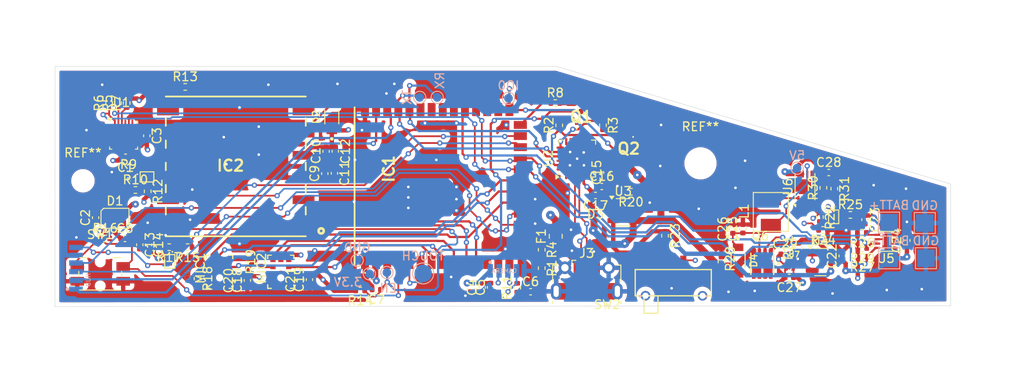
<source format=kicad_pcb>
(kicad_pcb (version 20240108) (generator "pcbnew") (generator_version "8.0")
  (layers (0 "F.Cu" signal "F.Cu_Signals") (1 "In1.Cu" power "In1.Cu_GND") (2 "In2.Cu" power "In2.Cu_Power") (31 "B.Cu" signal "B.Cu_Signals") (34 "B.Paste" user) (35 "F.Paste" user) (36 "B.SilkS" user "B.Silkscreen") (37 "F.SilkS" user "F.Silkscreen") (38 "B.Mask" user) (39 "F.Mask" user) (44 "Edge.Cuts" user))
  (net 0 "")
  (net 1 "GND")
  (net 2 "+3.3V")
  (net 3 "+5V")
  (net 4 "Net-(C6-Pad1)")
  (net 5 "EN")
  (net 6 "Switch")
  (net 7 "VBUS")
  (net 8 "Net-(U2-V3)")
  (net 9 "BATT+")
  (net 10 "Net-(Q6B-S2)")
  (net 12 "RGB")
  (net 13 "Net-(IC2-V_BCKP)")
  (net 14 "Net-(D3-K)")
  (net 15 "Net-(J3-VBUS)")
  (net 16 "I2SDATA1")
  (net 17 "Net-(IC1-IO46)")
  (net 18 "D+")
  (net 22 "SCL")
  (net 24 "TX_ESP")
  (net 26 "I2SCLK1")
  (net 27 "IO0")
  (net 28 "BRT-")
  (net 29 "I2SCLK2")
  (net 30 "Touch")
  (net 31 "BRT+")
  (net 32 "SDA")
  (net 33 "RX_ESP")
  (net 34 "TX_esp_hud")
  (net 35 "I2SDATA2")
  (net 37 "HUD_EN")
  (net 38 "Net-(IC1-IO45)")
  (net 39 "RESETGPS")
  (net 41 "RX_esp_hud")
  (net 42 "GTX")
  (net 43 "I2SWS2")
  (net 44 "Net-(IC1-IO3)")
  (net 45 "D-")
  (net 47 "I2SWS1")
  (net 48 "GRX")
  (net 49 "Net-(IC2-RESET)")
  (net 50 "Net-(IC2-FORCE_ON)")
  (net 55 "Net-(J1-Pin_4)")
  (net 56 "HUD+")
  (net 57 "USB-")
  (net 59 "USB+")
  (net 60 "Net-(L1-Pad2)")
  (net 61 "Net-(MIC1-SELECT)")
  (net 62 "Net-(MIC2-SELECT)")
  (net 63 "Net-(Q1-B)")
  (net 64 "RTS")
  (net 65 "DTR")
  (net 66 "Net-(Q2-B)")
  (net 67 "Net-(Q3-S)")
  (net 68 "Net-(Q3-G)")
  (net 69 "Net-(Q4-G)")
  (net 70 "Net-(Q5-D)")
  (net 71 "Net-(Q5-G)")
  (net 72 "Net-(Q6A-D2-Pad7)")
  (net 73 "Net-(U1-~{CS})")
  (net 74 "Net-(U3-PROG)")
  (net 75 "PSEN")
  (net 76 "Net-(SW2-C)")
  (net 77 "ALRT")
  (net 78 "Net-(U6-FB)")
  (footprint "Resistor_SMD:R_0402_1005Metric" (layer "F.Cu") (at 164.6 58 90)
    (property "Reference" "R7")
    (property "Value" "10k")
  )
  (footprint "parts2:DFN100X60X40-3N" (layer "F.Cu") (at 166.925 66.45)
    (property "Reference" "Q3")
    (property "Value" "PMZ350UPEYL")
  )
  (footprint "Capacitor_SMD:C_0402_1005Metric" (layer "F.Cu") (at 178.4 78.303 90)
    (property "Reference" "C18")
    (property "Value" "200pF")
  )
  (footprint "Capacitor_SMD:C_0402_1005Metric" (layer "F.Cu") (at 187.25 66.07 90)
    (property "Reference" "C9")
    (property "Value" "100nF")
  )
  (footprint "Resistor_SMD:R_0402_1005Metric" (layer "F.Cu") (at 162.6 57.99 90)
    (property "Reference" "R6")
    (property "Value" "4.7k")
  )
  (footprint "Capacitor_SMD:C_0402_1005Metric" (layer "F.Cu") (at 253.8 73.72 90)
    (property "Reference" "C24")
    (property "Value" "100nF")
  )
  (footprint "parts2:SMD_Switch_Panasonic_EVQPUL_EVQPUC_6.3x6.7" (layer "F.Cu") (at 161.575 77.55)
    (property "Reference" "SW1")
    (property "Value" "SW_SPST")
  )
  (footprint "Resistor_SMD:R_0402_1005Metric" (layer "F.Cu") (at 212.05 74.79 -90)
    (property "Reference" "R4")
    (property "Value" "10k")
  )
  (footprint "Package_DFN_QFN:DFN-8-1EP_2x2mm_P0.5mm_EP0.8x1.6mm" (layer "F.Cu") (at 251.4 73.835614 180)
    (property "Reference" "U5")
    (property "Value" "MAX17048")
  )
  (footprint "Capacitor_SMD:C_0402_1005Metric" (layer "F.Cu") (at 188.45 63.52 -90)
    (property "Reference" "C12")
    (property "Value" "1uF")
  )
  (footprint "Resistor_SMD:R_0402_1005Metric" (layer "F.Cu") (at 219.05 60.55 -90)
    (property "Reference" "R3")
    (property "Value" "10k")
  )
  (footprint "Resistor_SMD:R_0402_1005Metric" (layer "F.Cu") (at 247.34 70.8)
    (property "Reference" "R25")
    (property "Value" "1M")
  )
  (footprint "Diode_SMD:D_0402_1005Metric" (layer "F.Cu") (at 218.185 69.55 180)
    (property "Reference" "D3")
    (property "Value" "Red")
  )
  (footprint "Resistor_SMD:R_0805_2012Metric" (layer "F.Cu") (at 213.65 73.25 90)
    (property "Reference" "F1")
    (property "Value" "1A")
  )
  (footprint "Capacitor_SMD:C_0402_1005Metric" (layer "F.Cu") (at 185.5 78.21 90)
    (property "Reference" "C19")
    (property "Value" "200pF")
  )
  (footprint "Capacitor_SMD:C_0402_1005Metric" (layer "F.Cu") (at 188.35 66.04 -90)
    (property "Reference" "C11")
    (property "Value" "1uF")
  )
  (footprint "Capacitor_SMD:C_0402_1005Metric" (layer "F.Cu") (at 233.9 72.42 90)
    (property "Reference" "C26")
    (property "Value" "22uF")
  )
  (footprint "Resistor_SMD:R_0402_1005Metric" (layer "F.Cu") (at 162.15 73.5)
    (property "Reference" "R16")
    (property "Value" "10k")
  )
  (footprint "Capacitor_SMD:C_0402_1005Metric" (layer "F.Cu") (at 244.87 65.95)
    (property "Reference" "C28")
    (property "Value" "22uF")
  )
  (footprint "LED_SMD:LED_WS2812B-2020_PLCC4_2.0x2.0mm" (layer "F.Cu") (at 163.265 71.2)
    (property "Reference" "D1")
    (property "Value" "WS2812B-2020")
  )
  (footprint "Resistor_SMD:R_0402_1005Metric" (layer "F.Cu") (at 169.46 74.5 180)
    (property "Reference" "R17")
    (property "Value" "100k")
  )
  (footprint "Capacitor_SMD:C_0402_1005Metric" (layer "F.Cu") (at 206.2 79.1 90)
    (property "Reference" "C5")
    (property "Value" "1uF")
  )
  (footprint "parts2:DIO_RB160M-30" (layer "F.Cu") (at 234.5 76.0375 -90)
    (property "Reference" "D4")
    (property "Value" "RB160M-30")
  )
  (footprint "Resistor_SMD:R_0402_1005Metric" (layer "F.Cu") (at 243.85 71.05 -90)
    (property "Reference" "R22")
    (property "Value" "150")
  )
  (footprint "Capacitor_SMD:C_0402_1005Metric" (layer "F.Cu") (at 240.35 77.95 180)
    (property "Reference" "C27")
    (property "Value" "100nF" (hide yes))
  )
  (footprint "Package_DFN_QFN:DFN-8-1EP_3x2mm_P0.5mm_EP1.7x1.4mm" (layer "F.Cu") (at 242.15 67.575 90)
    (property "Reference" "U6")
    (property "Value" "SY7088")
  )
  (footprint "Capacitor_SMD:C_0402_1005Metric" (layer "F.Cu") (at 161.05 71.12 90)
    (property "Reference" "C2")
    (property "Value" "1uF")
  )
  (footprint "Resistor_SMD:R_0402_1005Metric" (layer "F.Cu") (at 212.05 76.9 -90)
    (property "Reference" "R1")
    (property "Value" "10k")
  )
  (footprint "Resistor_SMD:R_0402_1005Metric" (layer "F.Cu") (at 244.215 72.525 180)
    (property "Reference" "R24")
    (property "Value" "100k")
  )
  (footprint "Resistor_SMD:R_0402_1005Metric" (layer "F.Cu") (at 164.81 66.2)
    (property "Reference" "R9")
    (property "Value" "1k")
  )
  (footprint "parts:2SC4617RTP" (layer "F.Cu") (at 222 63.22 180)
    (property "Reference" "Q2")
    (property "Value" "2SC4617-R-TP" (hide yes))
  )
  (footprint "parts2:SPH0645LM4H-B-2" (layer "F.Cu") (at 175.225 78.011)
    (property "Reference" "MIC1")
    (property "Value" "SPH0645LM4H-B")
  )
  (footprint "Resistor_SMD:R_0402_1005Metric" (layer "F.Cu") (at 248.7 75.6 180)
    (property "Reference" "R27")
    (property "Value" "4.7k")
  )
  (footprint "Resistor_SMD:R_0402_1005Metric" (layer "F.Cu") (at 232.6 76.1375 -90)
    (property "Reference" "R28")
    (property "Value" "1M")
  )
  (footprint "Resistor_SMD:R_0402_1005Metric" (layer "F.Cu") (at 222.25 68.15 180)
    (property "Reference" "R20")
    (property "Value" "2.1k")
  )
  (footprint "Capacitor_SMD:C_0402_1005Metric" (layer "F.Cu") (at 177.4 78.323 90)
    (property "Reference" "C20")
    (property "Value" "100nF")
  )
  (footprint "Resistor_SMD:R_0402_1005Metric" (layer "F.Cu") (at 245.5 67.8 -90)
    (property "Reference" "R31")
    (property "Value" "147k")
  )
  (footprint "parts:2SC4617RTP" (layer "F.Cu") (at 216.55 59.58)
    (property "Reference" "Q1")
    (property "Value" "2SC4617-R-TP" (hide yes))
  )
  (footprint "Capacitor_SMD:C_0402_1005Metric" (layer "F.Cu") (at 164.47 64.2 180)
    (property "Reference" "C1")
    (property "Value" "100nF")
  )
  (footprint "MountingHole:MountingHole_3.2mm_M3" (layer "F.Cu") (at 230.2 64.9)
    (property "Reference" "REF**")
    (property "Value" "MountingHole_3.2mm_M3")
  )
  (footprint "Capacitor_SMD:C_0402_1005Metric" (layer "F.Cu") (at 239.87 75.3)
    (property "Reference" "C29")
    (property "Value" "1uF")
  )
  (footprint "Capacitor_SMD:C_0402_1005Metric" (layer "F.Cu") (at 164.4 73.5)
    (property "Reference" "C8")
    (property "Value" "100nF")
  )
  (footprint "parts:ESP32S3WROOM1UN16R8" (layer "F.Cu") (at 200.255 67.489 90)
    (property "Reference" "IC1")
    (property "Value" "ESP32-S3-WROOM-1U-N16R8" (hide yes))
  )
  (footprint "Resistor_SMD:R_0402_1005Metric" (layer "F.Cu") (at 241.4 74.55 90)
    (property "Reference" "R21")
    (property "Value" "100k")
  )
  (footprint "parts2:SPH0645LM4H-B-2" (layer "F.Cu") (at 182.225 78.011)
    (property "Reference" "MIC2")
    (property "Value" "SPH0645LM4H-B")
  )
  (footprint "parts2:DIO_RB160M-30" (layer "F.Cu") (at 188.05 59.6 90)
    (property "Reference" "D2")
    (property "Value" "RB160M-30")
  )
  (footprint "parts2:DFN100X60X40-3N" (layer "F.Cu") (at 245.425 71.025 90)
    (property "Reference" "Q5")
    (property "Value" "PMZ290UNE2YL")
  )
  (footprint "Package_TO_SOT_SMD:SOT-23-6" (layer "F.Cu") (at 221.3625 70.5)
    (property "Reference" "U3")
    (property "Value" "AP5054HTC")
  )
  (footprint "Resistor_SMD:R_0402_1005Metric" (layer "F.Cu") (at 172.7 78.093 -90)
    (property "Reference" "R18")
    (property "Value" "10k")
  )
  (footprint "Resistor_SMD:R_0402_1005Metric" (layer "F.Cu") (at 226.15 73.19 -90)
    (property "Reference" "R23")
    (property "Value" "10k")
  )
  (footprint "Connector_USB:USB_Micro-B_Molex-105017-0001" (layer "F.Cu") (at 217.2 78.3125)
    (property "Reference" "J3")
    (property "Value" "USB_B_Micro")
  )
  (footprint "parts2:EMF20B02V" (layer "F.Cu") (at 237.2 76.28 180)
    (property "Reference" "Q6")
    (property "Value" "YJQD30P02A")
  )
  (footprint "Capacitor_SMD:C_0402_1005Metric" (layer "F.Cu") (at 246.4 75.5 90)
    (property "Reference" "C22")
    (property "Value" "100nF")
  )
  (footprint "Resistor_SMD:R_0402_1005Metric" (layer "F.Cu") (at 171.29 56.15)
    (property "Reference" "R13")
    (property "Value" "10k")
  )
  (footprint "Capacitor_SMD:C_0402_1005Metric" (layer "F.Cu") (at 184.5 78.23 90)
    (property "Reference" "C21")
    (property "Value" "100nF")
  )
  (footprint "parts2:1.5uH_YXMAA0402-1R5M-ANP" (layer "F.Cu") (at 238.27 70.45 90)
    (property "Reference" "L1")
    (property "Value" "1.5uH")
  )
  (footprint "parts2:SW_SMD_SPDT_Slide_9x6.9-hole" (layer "F.Cu") (at 222.7375 77.0625)
    (property "Reference" "SW2")
    (property "Value" "Power")
  )
  (footprint "Resistor_SMD:R_0402_1005Metric" (layer "F.Cu") (at 163.6 58 90)
    (property "Reference" "R5")
    (property "Value" "4.7k")
  )
  (footprint "Resistor_SMD:R_0402_1005Metric" (layer "F.Cu") (at 213.6 58)
    (property "Reference" "R8")
    (property "Value" "10k")
  )
  (footprint "Sensor_Motion:InvenSense_QFN-24_3x3mm_P0.4mm" (layer "F.Cu") (at 164.25 61.675)
    (property "Reference" "U1")
    (property "Value" "ICM-20948")
  )
  (footprint "Resistor_SMD:R_0402_1005Metric" (layer "F.Cu") (at 209.25 79.14 90)
    (property "Reference" "R11")
    (property "Value" "1M")
  )
  (footprint "Capacitor_SMD:C_0402_1005Metric" (layer "F.Cu") (at 218.92 67.55)
    (property "Reference" "C16")
    (property "Value" "100nF")
  )
  (footprint "Resistor_SMD:R_0402_1005Metric" (layer "F.Cu") (at 248.65 72.85 180)
    (property "Reference" "R26")
    (property "Value" "10k")
  )
  (footprint "Package_TO_SOT_SMD:SOT-23" (layer "F.Cu") (at 243.9125 76.2)
    (property "Reference" "U4")
    (property "Value" "XC61CC3002MR")
  )
  (footprint "Package_DFN_QFN:QFN-24-1EP_4x4mm_P0.5mm_EP2.6x2.6mm" (layer "F.Cu") (at 216.1 64.35 90)
    (property "Reference" "U2")
    (property "Value" "CH9102F")
  )
  (footprint "parts:L80-M39" (layer "F.Cu") (at 169.32335 60.17)
    (property "Reference" "IC2")
    (property "Value" "L86-M33" (hide yes))
  )
  (footprint "Resistor_SMD:R_0402_1005Metric" (layer "F.Cu") (at 244.25 67.7 90)
    (property "Reference" "R30")
    (property "Value" "470k")
  )
  (footprint "Resistor_SMD:R_0402_1005Metric" (layer "F.Cu") (at 191.3 79.46 180)
    (property "Reference" "R14")
    (property "Value" "10k")
  )
  (footprint "Resistor_SMD:R_0402_1005Metric" (layer "F.Cu") (at 171.56 74.5 180)
    (property "Reference" "R15")
    (property "Value" "10k")
  )
  (footprint "Capacitor_SMD:C_0402_1005Metric" (layer "F.Cu") (at 187.4 63.53 90)
    (property "Reference" "C10")
    (property "Value" "100nF")
  )
  (footprint "Resistor_SMD:R_0402_1005Metric" (layer "F.Cu") (at 248.69 74.6 180)
    (property "Reference" "R29")
    (property "Value" "4.7k")
  )
  (footprint "Capacitor_SMD:C_0402_1005Metric" (layer "F.Cu") (at 193.14 79.35 180)
    (property "Reference" "C7")
    (property "Value" "1uF")
  )
  (footprint "Capacitor_SMD:C_0402_1005Metric" (layer "F.Cu") (at 219.5 65.95 90)
    (property "Reference" "C15")
    (property "Value" "1uF")
  )
  (footprint "Capacitor_SMD:C_0402_1005Metric" (layer "F.Cu") (at 218.195 68.575 180)
    (property "Reference" "C17")
    (property "Value" "100nF")
  )
  (footprint "Capacitor_SMD:C_0402_1005Metric" (layer "F.Cu") (at 205.25 79.1 90)
    (property "Reference" "C4")
    (property "Value" "100nF")
  )
  (footprint "Resistor_SMD:R_0402_1005Metric" (layer "F.Cu") (at 167 68.1 -90)
    (property "Reference" "R12")
    (property "Value" "10k")
  )
  (footprint "Capacitor_SMD:C_0402_1005Metric" (layer "F.Cu") (at 235.05 72.39 90)
    (property "Reference" "C25")
    (property "Value" "1uF")
  )
  (footprint "Capacitor_SMD:C_0402_1005Metric" (layer "F.Cu") (at 166.1 74.22 -90)
    (property "Reference" "C13")
    (property "Value" "1uF")
  )
  (footprint "Resistor_SMD:R_0402_1005Metric" (layer "F.Cu") (at 165.6 67.95)
    (property "Reference" "R10")
    (property "Value" "1k")
  )
  (footprint "Capacitor_SMD:C_0402_1005Metric" (layer "F.Cu") (at 210.78 79.6)
    (property "Reference" "C6")
    (property "Value" "100nF")
  )
  (footprint "Resistor_SMD:R_0402_1005Metric" (layer "F.Cu") (at 179.95 76.17 90)
    (property "Reference" "R19")
    (property "Value" "10k")
  )
  (footprint "Capacitor_SMD:C_0402_1005Metric" (layer "F.Cu") (at 167.1 74.24 -90)
    (property "Reference" "C14")
    (property "Value" "100nF")
  )
  (footprint "Resistor_SMD:R_0402_1005Metric" (layer "F.Cu") (at 214.05 60.55 90)
    (property "Reference" "R2")
    (property "Value" "10k")
  )
  (footprint "parts2:VREG_NCP167BMX330TBG" (layer "F.Cu") (at 240.375 76.725)
    (property "Reference" "U7")
    (property "Value" "NCP167BMX330TBG")
  )
  (footprint "Capacitor_SMD:C_0402_1005Metric" (layer "F.Cu") (at 166.9 61.75 -90)
    (property "Reference" "C3")
    (property "Value" "100nF")
  )
  (footprint "Capacitor_SMD:C_0402_1005Metric" (layer "F.Cu") (at 249 71.35 -90)
    (property "Reference" "C23")
    (property "Value" "22uF")
  )
  (footprint "parts2:DFN100X60X40-3N" (layer "F.Cu") (at 169.525 76.125 -90)
    (property "Reference" "Q4")
    (property "Value" "PMZ350UPEYL")
  )
  (footprint "MountingHole:MountingHole_2.2mm_M2" (layer "F.Cu") (at 159.6 66.9)
    (property "Reference" "REF**")
    (property "Value" "MountingHole_2.2mm_M2")
  )
  (footprint "parts2:Solder-6P-Connector" (layer "B.Cu") (at 158.815 77.83 90)
    (property "Reference" "HUD")
    (property "Value" "HUD")
  )
  (footprint "TestPoint:TestPoint_Pad_D1.0mm" (layer "B.Cu") (at 200.1 57.35 -90)
    (property "Reference" "RX")
    (property "Value" "RX")
  )
  (footprint "TestPoint:TestPoint_Pad_2.0x2.0mm" (layer "B.Cu") (at 251.75 71.685614 180)
    (property "Reference" "BATT+")
    (property "Value" "BATT1+")
  )
  (footprint "TestPoint:TestPoint_Pad_D2.0mm" (layer "B.Cu") (at 198.5 77.5 180)
    (property "Reference" "TOUCH")
    (property "Value" "Touch Pad")
  )
  (footprint "TestPoint:TestPoint_Pad_D1.0mm" (layer "B.Cu") (at 198.1 57.35 -90)
    (property "Reference" "TX")
    (property "Value" "TX")
  )
  (footprint "TestPoint:TestPoint_Pad_2.0x2.0mm" (layer "B.Cu") (at 255.844 71.732614 180)
    (property "Reference" "GND")
    (property "Value" "BATT1-")
  )
  (footprint "TestPoint:TestPoint_Pad_D1.0mm" (layer "B.Cu") (at 190.95 76 180)
    (property "Reference" "GND")
    (property "Value" "GND")
  )
  (footprint "TestPoint:TestPoint_Pad_D1.0mm" (layer "B.Cu") (at 208.25 57.45 180)
    (property "Reference" "IO0")
    (property "Value" "IO0")
  )
  (footprint "TestPoint:TestPoint_Pad_D1.0mm" (layer "B.Cu") (at 192.35 77.55 180)
    (property "Reference" "3.3V")
    (property "Value" "3V3")
  )
  (footprint "TestPoint:TestPoint_Pad_D1.0mm" (layer "B.Cu") (at 194.35 77.4 180)
    (property "Reference" "EN")
    (property "Value" "EN")
  )
  (footprint "parts2:Solder-5P-Connector" (layer "B.Cu") (at 207.639 77.225)
    (property "Reference" "CAMERA")
    (property "Value" "Camera")
  )
  (footprint "TestPoint:TestPoint_Pad_2.0x2.0mm" (layer "B.Cu") (at 251.78 75.768614 180)
    (property "Reference" "BATT+")
    (property "Value" "BATT2+")
  )
  (footprint "TestPoint:TestPoint_Pad_2.0x2.0mm" (layer "B.Cu") (at 255.975 75.760614 180)
    (property "Reference" "GND")
    (property "Value" "BATT2-")
  )
  (footprint "TestPoint:TestPoint_Pad_D1.0mm" (layer "B.Cu") (at 241.25 65.45 180)
    (property "Reference" "5V")
    (property "Value" "5V")
  )
  (gr_line (start 258.8 67.26) (end 213.725 53.8) (stroke (width 0.05)) (layer "Edge.Cuts"))
  (gr_line (start 156.4 81.3) (end 156.4125 53.8) (stroke (width 0.05)) (layer "Edge.Cuts"))
  (gr_line (start 156.4125 53.8) (end 213.725 53.8) (stroke (width 0.05)) (layer "Edge.Cuts"))
  (gr_line (start 258.8 67.26) (end 258.8125 81.2) (stroke (width 0.05)) (layer "Edge.Cuts"))
  (gr_line (start 258.8125 81.2) (end 156.4 81.3) (stroke (width 0.05)) (layer "Edge.Cuts"))
  (segment (start 251.4 73.835614) (end 251.4 73.509096) (width 0.5) (layer "F.Cu") (net 1))
  (segment (start 247.175 71.83) (end 246.7 71.83) (width 0.5) (layer "F.Cu") (net 1))
  (segment (start 220.225 70.5) (end 220.887499 70.5) (width 0.5) (layer "F.Cu") (net 1))
  (segment (start 246.7 71.83) (end 246.265 71.83) (width 0.5) (layer "F.Cu") (net 1))
  (segment (start 251.4 74.39375) (end 251.666864 74.660614) (width 0.5) (layer "F.Cu") (net 1))
  (segment (start 191.845 78.143844) (end 191.845 76.239) (width 0.5) (layer "F.Cu") (net 1))
  (segment (start 164.95 64.2) (end 164.95 64.28503) (width 0.5) (layer "F.Cu") (net 1))
  (segment (start 253.020636 73.010614) (end 253.8 72.23125) (width 0.5) (layer "F.Cu") (net 1))
  (segment (start 168.415 73.76) (end 167.7 73.76) (width 0.5) (layer "F.Cu") (net 1))
  (segment (start 239.97 77.05) (end 240.05 77.05) (width 0.2) (layer "F.Cu") (net 1))
  (segment (start 162.35 71.75) (end 162.2 71.6) (width 0.5) (layer "F.Cu") (net 1))
  (segment (start 240.35 75.3) (end 240.805 75.755) (width 0.5) (layer "F.Cu") (net 1))
  (segment (start 253.8 71.6) (end 253.8 72.23125) (width 0.5) (layer "F.Cu") (net 1))
  (segment (start 165.021744 59.523) (end 164.85 59.694744) (width 0.5) (layer "F.Cu") (net 1))
  (segment (start 164.85 59.694744) (end 164.852628 59.697372) (width 0.5) (layer "F.Cu") (net 1))
  (segment (start 221.3875 69.999999) (end 221.3875 68.5025) (width 0.5) (layer "F.Cu") (net 1))
  (segment (start 221.3875 68.5025) (end 221.74 68.15) (width 0.5) (layer "F.Cu") (net 1))
  (segment (start 240.805 75.755) (end 240.943944 75.755) (width 0.5) (layer "F.Cu") (net 1))
  (segment (start 162.2 71.6) (end 161.05 71.6) (width 0.5) (layer "F.Cu") (net 1))
  (segment (start 206.2 79.58) (end 203.795 79.58) (width 0.5) (layer "F.Cu") (net 1))
  (segment (start 250.4 73.585614) (end 251.15 73.585614) (width 0.2) (layer "F.Cu") (net 1))
  (segment (start 247.175 71.83) (end 247.175 72.225) (width 0.5) (layer "F.Cu") (net 1))
  (segment (start 212.05 75.3) (end 213.15 75.3) (width 0.5) (layer "F.Cu") (net 1))
  (segment (start 166.9 61.27) (end 166.228 60.598) (width 0.5) (layer "F.Cu") (net 1))
  (segment (start 251.666864 74.660614) (end 252.4 74.660614) (width 0.5) (layer "F.Cu") (net 1))
  (segment (start 164.95 64.28503) (end 163.33503 65.9) (width 0.5) (layer "F.Cu") (net 1))
  (segment (start 242.15 67.75172) (end 242.902 68.50372) (width 0.5) (layer "F.Cu") (net 1))
  (segment (start 251.898482 73.010614) (end 253.020636 73.010614) (width 0.5) (layer "F.Cu") (net 1))
  (segment (start 165.478256 59.523) (end 165.021744 59.523) (width 0.5) (layer "F.Cu") (net 1))
  (segment (start 218.5 76.85) (end 219.7 76.85) (width 0.5) (layer "F.Cu") (net 1))
  (segment (start 246.265 71.83) (end 245.785 71.35) (width 0.5) (layer "F.Cu") (net 1))
  (segment (start 162.35 71.93) (end 163.92 73.5) (width 0.5) (layer "F.Cu") (net 1))
  (segment (start 167.68 73.74) (end 166.1 73.74) (width 0.5) (layer "F.Cu") (net 1))
  (segment (start 203.795 79.58) (end 203.325 80.05) (width 0.5) (layer "F.Cu") (net 1))
  (segment (start 239.87 77.15) (end 239.97 77.05) (width 0.2) (layer "F.Cu") (net 1))
  (segment (start 162.35 71.75) (end 162.35 71.93) (width 0.5) (layer "F.Cu") (net 1))
  (segment (start 166.228 60.598) (end 166.228 60.272744) (width 0.5) (layer "F.Cu") (net 1))
  (segment (start 216.1 65.00172) (end 215.348 65.75372) (width 0.5) (layer "F.Cu") (net 1))
  (segment (start 213.15 75.3) (end 214.7 76.85) (width 0.5) (layer "F.Cu") (net 1))
  (segment (start 251.4 73.835614) (end 251.4 74.39375) (width 0.5) (layer "F.Cu") (net 1))
  (segment (start 192.66 79.35) (end 192.66 78.958844) (width 0.5) (layer "F.Cu") (net 1))
  (segment (start 240.05 77.05) (end 240.375 76.725) (width 0.2) (layer "F.Cu") (net 1))
  (segment (start 251.15 73.585614) (end 251.4 73.835614) (width 0.2) (layer "F.Cu") (net 1))
  (segment (start 166.228 60.272744) (end 165.478256 59.523) (width 0.5) (layer "F.Cu") (net 1))
  (segment (start 216.1 64.35) (end 216.1 65.00172) (width 0.5) (layer "F.Cu") (net 1))
  (segment (start 242.15 67.575) (end 242.15 67.75172) (width 0.5) (layer "F.Cu") (net 1))
  (segment (start 191.85 75) (end 191.845 75.005) (width 0.5) (layer "F.Cu") (net 1))
  (segment (start 220.887499 70.5) (end 221.3875 69.999999) (width 0.5) (layer "F.Cu") (net 1))
  (segment (start 247.175 72.225) (end 246.85 72.55) (width 0.5) (layer "F.Cu") (net 1))
  (segment (start 191.845 75.005) (end 191.845 76.239) (width 0.5) (layer "F.Cu") (net 1))
  (segment (start 192.66 78.958844) (end 191.845 78.143844) (width 0.5) (layer "F.Cu") (net 1))
  (segment (start 239.87 77.95) (end 239.87 77.15) (width 0.2) (layer "F.Cu") (net 1))
  (segment (start 251.4 73.509096) (end 251.898482 73.010614) (width 0.5) (layer "F.Cu") (net 1))
  (segment (start 167.7 73.76) (end 167.68 73.74) (width 0.5) (layer "F.Cu") (net 1))
  (segment (start 166.228 60.598) (end 165.75 60.598) (width 0.5) (layer "F.Cu") (net 1))
  (segment (start 163.33503 65.9) (end 162.9 65.9) (width 0.5) (layer "F.Cu") (net 1))
  (segment (start 249 71.83) (end 247.175 71.83) (width 0.5) (layer "F.Cu") (net 1))
  (segment (start 169.05 73.125) (end 168.415 73.76) (width 0.5) (layer "F.Cu") (net 1))
  (segment (start 253.8 72.23125) (end 253.8 73.24) (width 0.5) (layer "F.Cu") (net 1))
  (via (at 236.4 79.5) (size 0.6) (drill 0.3) (layers "F.Cu" "B.Cu") (net 1))
  (via (at 253.8 71.6) (size 0.8) (drill 0.3) (layers "F.Cu" "B.Cu") (net 1))
  (via (at 202.3 67.6) (size 0.6) (drill 0.3) (layers "F.Cu" "B.Cu") (net 1))
  (via (at 255.5 79.3) (size 0.6) (drill 0.3) (layers "F.Cu" "B.Cu") (net 1))
  (via (at 186.1 74.9) (size 0.6) (drill 0.3) (layers "F.Cu" "B.Cu") (net 1))
  (via (at 190.7 64.5) (size 0.6) (drill 0.3) (layers "F.Cu" "B.Cu") (net 1))
  (via (at 179.7 63.9) (size 0.6) (drill 0.3) (layers "F.Cu" "B.Cu") (net 1))
  (via (at 196.8 70) (size 0.6) (drill 0.3) (layers "F.Cu" "B.Cu") (net 1))
  (via (at 202.3 60.3) (size 0.6) (drill 0.3) (layers "F.Cu" "B.Cu") (net 1))
  (via (at 208 60.5) (size 0.6) (drill 0.3) (layers "F.Cu" "B.Cu") (net 1))
  (via (at 226.9 79.2) (size 0.6) (drill 0.3) (layers "F.Cu" "B.Cu") (net 1))
  (via (at 241.322447 75.83) (size 0.6) (drill 0.3) (layers "F.Cu" "B.Cu") (net 1))
  (via (at 188.9 78.1) (size 0.6) (drill 0.3) (layers "F.Cu" "B.Cu") (net 1))
  (via (at 190.6 69.3) (size 0.6) (drill 0.3) (layers "F.Cu" "B.Cu") (net 1))
  (via (at 191.85 75) (size 0.8) (drill 0.3) (layers "F.Cu" "B.Cu") (net 1))
  (via (at 207.9 74.7) (size 0.6) (drill 0.3) (layers "F.Cu" "B.Cu") (net 1))
  (via (at 200 64.5) (size 0.6) (drill 0.3) (layers "F.Cu" "B.Cu") (net 1))
  (via (at 172.1 67.9) (size 0.6) (drill 0.3) (layers "F.Cu" "B.Cu") (net 1))
  (via (at 225.6 65.2) (size 0.6) (drill 0.3) (layers "F.Cu" "B.Cu") (net 1))
  (via (at 225.7 60.5) (size 0.6) (drill 0.3) (layers "F.Cu" "B.Cu") (net 1))
  (via (at 195.2 55.8) (size 0.6) (drill 0.3) (layers "F.Cu" "B.Cu") (net 1))
  (via (at 234.2 67.7) (size 0.6) (drill 0.3) (layers "F.Cu" "B.Cu") (net 1))
  (via (at 201.7 77.9) (size 0.6) (drill 0.3) (layers "F.Cu" "B.Cu") (net 1))
  (via (at 176 65) (size 0.6) (drill 0.3) (layers "F.Cu" "B.Cu") (net 1))
  (via (at 180.8 55.9) (size 0.6) (drill 0.3) (layers "F.Cu" "B.Cu") (net 1))
  (via (at 220.7 67.5) (size 0.6) (drill 0.3) (layers "F.Cu" "B.Cu") (net 1))
  (via (at 211.3 69) (size 0.6) (drill 0.3) (layers "F.Cu" "B.Cu") (net 1))
  (via (at 235.3 64.6) (size 0.6) (drill 0.3) (layers "F.Cu" "B.Cu") (net 1))
  (via (at 215.3 63.6) (size 0.6) (drill 0.3) (layers "F.Cu" "B.Cu") (net 1))
  (via (at 177.5 74.1) (size 0.6) (drill 0.3) (layers "F.Cu" "B.Cu") (net 1))
  (via (at 251.5 79.4) (size 0.6) (drill 0.3) (layers "F.Cu" "B.Cu") (net 1))
  (via (at 215 68.3) (size 0.6) (drill 0.3) (layers "F.Cu" "B.Cu") (net 1))
  (via (at 253.7 67.8) (size 0.6) (drill 0.3) (layers "F.Cu" "B.Cu") (net 1))
  (via (at 202.3 70.3) (size 0.6) (drill 0.3) (layers "F.Cu" "B.Cu") (net 1))
  (via (at 216.1 64.3625) (size 0.6) (drill 0.3) (layers "F.Cu" "B.Cu") (net 1))
  (via (at 245.3 79.8) (size 0.6) (drill 0.3) (layers "F.Cu" "B.Cu") (net 1))
  (via (at 218 75) (size 0.6) (drill 0.3) (layers "F.Cu" "B.Cu") (net 1))
  (via (at 179.7 60.7) (size 0.6) (drill 0.3) (layers "F.Cu" "B.Cu") (net 1))
  (via (at 191.5 61.1) (size 0.6) (drill 0.3) (layers "F.Cu" "B.Cu") (net 1))
  (via (at 160 61.1) (size 0.6) (drill 0.3) (layers "F.Cu" "B.Cu") (net 1))
  (via (at 215.4 72.5) (size 0.6) (drill 0.3) (layers "F.Cu" "B.Cu") (net 1))
  (via (at 211.3 71.8) (size 0.6) (drill 0.3) (layers "F.Cu" "B.Cu") (net 1))
  (via (at 161.8 55.9) (size 0.6) (drill 0.3) (layers "F.Cu" "B.Cu") (net 1))
  (via (at 171.85 71.35) (size 0.6) (drill 0.3) (layers "F.Cu" "B.Cu") (net 1))
  (via (at 177.5 58.5) (size 0.6) (drill 0.3) (layers "F.Cu" "B.Cu") (net 1))
  (via (at 162.9 65.9) (size 0.6) (drill 0.3) (layers "F.Cu" "B.Cu") (net 1))
  (via (at 216.875 65.125) (size 0.6) (drill 0.3) (layers "F.Cu" "B.Cu") (net 1))
  (via (at 202.3 69) (size 0.6) (drill 0.3) (layers "F.Cu" "B.Cu") (net 1))
  (via (at 194.3 56.9) (size 0.6) (drill 0.3) (layers "F.Cu" "B.Cu") (net 1))
  (via (at 233.4 79.6) (size 0.6) (drill 0.3) (layers "F.Cu" "B.Cu") (net 1))
  (via (at 169.05 73.125) (size 0.6) (drill 0.3) (layers "F.Cu" "B.Cu") (net 1))
  (via (at 216.85 63.65) (size 0.6) (drill 0.3) (layers "F.Cu" "B.Cu") (net 1))
  (via (at 188.7 55.8) (size 0.6) (drill 0.3) (layers "F.Cu" "B.Cu") (net 1))
  (via (at 175.7 61.9) (size 0.6) (drill 0.3) (layers "F.Cu" "B.Cu") (net 1))
  (via (at 198.7 60.3) (size 0.6) (drill 0.3) (layers "F.Cu" "B.Cu") (net 1))
  (via (at 250 67.4) (size 0.6) (drill 0.3) (layers "F.Cu" "B.Cu") (net 1))
  (via (at 196.8 68.8) (size 0.6) (drill 0.3) (layers "F.Cu" "B.Cu") (net 1))
  (via (at 167 71.7) (size 0.6) (drill 0.3) (layers "F.Cu" "B.Cu") (net 1))
  (via (at 203.325 80.05) (size 0.6) (drill 0.3) (layers "F.Cu" "B.Cu") (net 1))
  (via (at 246.85 72.55) (size 0.6) (drill 0.3) (layers "F.Cu" "B.Cu") (net 1))
  (via (at 230 70.1) (size 0.6) (drill 0.3) (layers "F.Cu" "B.Cu") (net 1))
  (via (at 215.5 74.9) (size 0.6) (drill 0.3) (layers "F.Cu" "B.Cu") (net 1))
  (via (at 224.4 69.4) (size 0.6) (drill 0.3) (layers "F.Cu" "B.Cu") (net 1))
  (via (at 158.85 73.375) (size 0.6) (drill 0.3) (layers "F.Cu" "B.Cu") (net 1))
  (via (at 196.8 67.6) (size 0.6) (drill 0.3) (layers "F.Cu" "B.Cu") (net 1))
  (via (at 215.275 65.125) (size 0.6) (drill 0.3) (layers "F.Cu" "B.Cu") (net 1))
  (segment (start 255.975 75.760614) (end 255.975 71.863614) (width 0.5) (layer "B.Cu") (net 1))
  (segment (start 255.844 71.732614) (end 253.932614 71.732614) (width 0.5) (layer "B.Cu") (net 1))
  (segment (start 255.292386 71.732614) (end 254.79375 72.23125) (width 0.5) (layer "B.Cu") (net 1))
  (segment (start 157.575 73.778) (end 157.978 73.375) (width 0.5) (layer "B.Cu") (net 1))
  (segment (start 157.727 75.43) (end 157.575 75.278) (width 0.5) (layer "B.Cu") (net 1))
  (segment (start 255.975 71.863614) (end 255.844 71.732614) (width 0.5) (layer "B.Cu") (net 1))
  (segment (start 157.575 75.278) (end 157.575 73.778) (width 0.5) (layer "B.Cu") (net 1))
  (segment (start 253.932614 71.732614) (end 253.8 71.6) (width 0.5) (layer "B.Cu") (net 1))
  (segment (start 191.85 75.1) (end 190.95 76) (width 0.5) (layer "B.Cu") (net 1))
  (segment (start 255.844 71.732614) (end 255.292386 71.732614) (width 0.5) (layer "B.Cu") (net 1))
  (segment (start 157.978 73.375) (end 158.85 73.375) (width 0.5) (layer "B.Cu") (net 1))
  (segment (start 191.85 75) (end 191.85 75.1) (width 0.5) (layer "B.Cu") (net 1))
  (segment (start 158.8 75.43) (end 157.727 75.43) (width 0.5) (layer "B.Cu") (net 1))
  (segment (start 239.125 75.565) (end 239.39 75.3) (width 0.5) (layer "F.Cu") (net 2))
  (segment (start 178.38 77.843) (end 178.4 77.823) (width 0.5) (layer "F.Cu") (net 2))
  (segment (start 166.575 69.035) (end 167 68.61) (width 0.5) (layer "F.Cu") (net 2))
  (segment (start 162.66 73.368944) (end 161.916056 72.625) (width 0.5) (layer "F.Cu") (net 2))
  (segment (start 184.82335 63.98) (end 185.64 63.98) (width 0.5) (layer "F.Cu") (net 2))
  (segment (start 163.615 64.575) (end 163.99 64.2) (width 0.5) (layer "F.Cu") (net 2))
  (segment (start 187.28 65.56) (end 187.25 65.59) (width 0.5) (layer "F.Cu") (net 2))
  (segment (start 163.99 64.2) (end 163.99 63.973492) (width 0.5) (layer "F.Cu") (net 2))
  (segment (start 248.19 75.6) (end 248.19 78.035) (width 0.5) (layer "F.Cu") (net 2))
  (segment (start 179.673 77.823) (end 179.775 77.925) (width 0.5) (layer "F.Cu") (net 2))
  (segment (start 165.805 57.48) (end 166.025 57.7) (width 0.5) (layer "F.Cu") (net 2))
  (segment (start 178.4 76.890001) (end 178.4 77.823) (width 0.5) (layer "F.Cu") (net 2))
  (segment (start 184.52 75.39) (end 183.672 75.39) (width 0.5) (layer "F.Cu") (net 2))
  (segment (start 161.916056 72.625) (end 161.55 72.625) (width 0.5) (layer "F.Cu") (net 2))
  (segment (start 163.65 63.175) (end 163.65 63.86) (width 0.2) (layer "F.Cu") (net 2))
  (segment (start 193.115 78.315) (end 193.15 78.35) (width 0.5) (layer "F.Cu") (net 2))
  (segment (start 239.125 75.87) (end 239.125 75.565) (width 0.5) (layer "F.Cu") (net 2))
  (segment (start 248.19 78.035) (end 248.175 78.05) (width 0.5) (layer "F.Cu") (net 2))
  (segment (start 188.05 61.125) (end 189.875 61.125) (width 0.5) (layer "F.Cu") (net 2))
  (segment (start 188.05 61.125) (end 188.05 62.64) (width 0.5) (layer "F.Cu") (net 2))
  (segment (start 248.14 72.85) (end 248.14 74.56) (width 0.5) (layer "F.Cu") (net 2))
  (segment (start 166.23 62.9) (end 166 62.9) (width 0.5) (layer "F.Cu") (net 2))
  (segment (start 170.78 56.15) (end 167.575 56.15) (width 0.5) (layer "F.Cu") (net 2))
  (segment (start 239.62402 76.36902) (end 239.93902 76.36902) (width 0.2) (layer "F.Cu") (net 2))
  (segment (start 216.85 66.2875) (end 216.85 67.2) (width 0.3) (layer "F.Cu") (net 2))
  (segment (start 188.44 63.05) (end 188.45 63.04) (width 0.5) (layer "F.Cu") (net 2))
  (segment (start 179.95 75.66) (end 179.630001 75.66) (width 0.5) (layer "F.Cu") (net 2))
  (segment (start 179.440001 75.85) (end 179.630001 75.66) (width 0.5) (layer "F.Cu") (net 2))
  (segment (start 185.5 77.73) (end 184.52 77.73) (width 0.5) (layer "F.Cu") (net 2))
  (segment (start 188.35 65.56) (end 187.28 65.56) (width 0.5) (layer "F.Cu") (net 2))
  (segment (start 176.21449 75.85) (end 179.440001 75.85) (width 0.5) (layer "F.Cu") (net 2))
  (segment (start 166.9 62.23) (end 166.23 62.9) (width 0.5) (layer "F.Cu") (net 2))
  (segment (start 189.875 61.125) (end 189.95 61.05) (width 0.5) (layer "F.Cu") (net 2))
  (segment (start 162.66 73.5) (end 162.66 73.368944) (width 0.5) (layer "F.Cu") (net 2))
  (segment (start 163.65 63.86) (end 163.99 64.2) (width 0.2) (layer "F.Cu") (net 2))
  (segment (start 239.125 75.87) (end 239.62402 76.36902) (width 0.2) (layer "F.Cu") (net 2))
  (segment (start 216.85 67.2) (end 217.225 67.575) (width 0.3) (layer "F.Cu") (net 2))
  (segment (start 183.672 75.39) (end 183.125 75.937) (width 0.5) (layer "F.Cu") (net 2))
  (segment (start 217.715 68.575) (end 217.715 68.065) (width 0.5) (layer "F.Cu") (net 2))
  (segment (start 217.715 68.065) (end 217.225 67.575) (width 0.5) (layer "F.Cu") (net 2))
  (segment (start 187.4 63.05) (end 185.75335 63.05) (width 0.5) (layer "F.Cu") (net 2))
  (segment (start 186.555 77.73) (end 187.05 78.225) (width 0.5) (layer "F.Cu") (net 2))
  (segment (start 177.4 77.843) (end 178.38 77.843) (width 0.5) (layer "F.Cu") (net 2))
  (segment (start 167.575 56.15) (end 166.025 57.7) (width 0.5) (layer "F.Cu") (net 2))
  (segment (start 185.5 77.73) (end 186.555 77.73) (width 0.5) (layer "F.Cu") (net 2))
  (segment (start 185.64 63.98) (end 187.25 65.59) (width 0.5) (layer "F.Cu") (net 2))
  (segment (start 187.4 63.05) (end 188.44 63.05) (width 0.5) (layer "F.Cu") (net 2))
  (segment (start 185.75335 63.05) (end 184.82335 63.98) (width 0.5) (layer "F.Cu") (net 2))
  (segment (start 176.125 75.93949) (end 176.21449 75.85) (width 0.5) (layer "F.Cu") (net 2))
  (segment (start 179.630001 75.66) (end 178.4 76.890001) (width 0.5) (layer "F.Cu") (net 2))
  (segment (start 248.14 74.56) (end 248.18 74.6) (width 0.5) (layer "F.Cu") (net 2))
  (segment (start 193.115 76.239) (end 193.115 78.315) (width 0.5) (layer "F.Cu") (net 2))
  (segment (start 163.025 64.575) (end 163.615 64.575) (width 0.5) (layer "F.Cu") (net 2))
  (segment (start 162.6 57.48) (end 165.805 57.48) (width 0.5) (layer "F.Cu") (net 2))
  (segment (start 166.575 69.35) (end 166.575 69.035) (width 0.5) (layer "F.Cu") (net 2))
  (segment (start 188.05 62.64) (end 188.45 63.04) (width 0.5) (layer "F.Cu") (net 2))
  (segment (start 184.52 77.73) (end 184.5 77.75) (width 0.5) (layer "F.Cu") (net 2))
  (segment (start 178.4 77.823) (end 179.673 77.823) (width 0.5) (layer "F.Cu") (net 2))
  (segment (start 166.9 62.23) (end 166.9 63.25) (width 0.5) (layer "F.Cu") (net 2))
  (segment (start 190.79218 79.49) (end 188.315 79.49) (width 0.5) (layer "F.Cu") (net 2))
  (segment (start 188.315 79.49) (end 187.05 78.225) (width 0.5) (layer "F.Cu") (net 2))
  (segment (start 166.9 63.25) (end 167 63.35) (width 0.5) (layer "F.Cu") (net 2))
  (segment (start 248.18 74.6) (end 248.18 75.59) (width 0.5) (layer "F.Cu") (net 2))
  (segment (start 248.18 75.59) (end 248.19 75.6) (width 0.5) (layer "F.Cu") (net 2))
  (via (at 179.775 77.925) (size 0.6) (drill 0.3) (layers "F.Cu" "B.Cu") (net 2))
  (via (at 166.575 69.35) (size 0.6) (drill 0.3) (layers "F.Cu" "B.Cu") (net 2))
  (via (at 189.95 61.05) (size 0.6) (drill 0.3) (layers "F.Cu" "B.Cu") (net 2))
  (via (at 187.05 78.225) (size 0.6) (drill 0.3) (layers "F.Cu" "B.Cu") (net 2))
  (via (at 167 63.35) (size 0.6) (drill 0.3) (layers "F.Cu" "B.Cu") (net 2))
  (via (at 248.175 78.05) (size 0.6) (drill 0.3) (layers "F.Cu" "B.Cu") (net 2))
  (via (at 161.55 72.625) (size 0.6) (drill 0.3) (layers "F.Cu" "B.Cu") (net 2))
  (via (at 184.52 75.39) (size 0.6) (drill 0.3) (layers "F.Cu" "B.Cu") (net 2))
  (via (at 193.15 78.35) (size 0.8) (drill 0.3) (layers "F.Cu" "B.Cu") (net 2))
  (via (at 239.125 75.87) (size 0.6) (drill 0.3) (layers "F.Cu" "B.Cu") (net 2))
  (via (at 217.225 67.575) (size 0.6) (drill 0.3) (layers "F.Cu" "B.Cu") (net 2))
  (via (at 166.025 57.7) (size 0.6) (drill 0.3) (layers "F.Cu" "B.Cu") (net 2))
  (via (at 163.025 64.575) (size 0.6) (drill 0.3) (layers "F.Cu" "B.Cu") (net 2))
  (segment (start 193.15 78.35) (end 192.35 77.55) (width 0.5) (layer "B.Cu") (net 2))
  (segment (start 242.075 64.45) (end 242.89 64.45) (width 0.5) (layer "F.Cu") (net 3))
  (segment (start 240.87196 76.43) (end 240.81098 76.36902) (width 0.2) (layer "F.Cu") (net 3))
  (segment (start 244.39 65.95) (end 244.39 67.05) (width 0.5) (layer "F.Cu") (net 3))
  (segment (start 241.6 66.125) (end 240.125 66.125) (width 0.5) (layer "F.Cu") (net 3))
  (segment (start 164.18 70.65) (end 163.38 69.85) (width 0.5) (layer "F.Cu") (net 3))
  (segment (start 203.525 78.6) (end 205.23 78.6) (width 0.5) (layer "F.Cu") (net 3))
  (segment (start 168.95 74.975) (end 168.2 75.725) (width 0.5) (layer "F.Cu") (net 3))
  (segment (start 205.25 78.62) (end 206.2 78.62) (width 0.5) (layer "F.Cu") (net 3))
  (segment (start 167.7 75.225) (end 168.2 75.725) (width 0.5) (layer "F.Cu") (net 3))
  (segment (start 241.4 65.125) (end 241.4 66.125) (width 0.5) (layer "F.Cu") (net 3))
  (segment (start 240.125 66.125) (end 239.85 65.85) (width 0.5) (layer "F.Cu") (net 3))
  (segment (start 241.4 66.125) (end 241.6 66.125) (width 0.5) (layer "F.Cu") (net 3))
  (segment (start 168.95 74.5) (end 168.95 74.975) (width 0.5) (layer "F.Cu") (net 3))
  (segment (start 241.6 66.125) (end 241.825 66.125) (width 0.5) (layer "F.Cu") (net 3))
  (segment (start 167.7 74.72) (end 167.7 75.225) (width 0.5) (layer "F.Cu") (net 3))
  (segment (start 167.1 74.72) (end 166.12 74.72) (width 0.5) (layer "F.Cu") (net 3))
  (segment (start 166.12 74.72) (end 166.1 74.7) (width 0.5) (layer "F.Cu") (net 3))
  (segment (start 240.78 76.4) (end 240.969696 76.589696) (width 0.2) (layer "F.Cu") (net 3))
  (segment (start 241.275 77.95) (end 241.875 78.55) (width 0.5) (layer "F.Cu") (net 3))
  (segment (start 168.2 75.725) (end 169.125 75.725) (width 0.5) (layer "F.Cu") (net 3))
  (segment (start 242.075 64.45) (end 241.4 65.125) (width 0.5) (layer "F.Cu") (net 3))
  (segment (start 167.68 74.7) (end 167.7 74.72) (width 0.5) (layer "F.Cu") (net 3))
  (segment (start 165.255 69.575) (end 164.18 70.65) (width 0.5) (layer "F.Cu") (net 3))
  (segment (start 161.05 70.360001) (end 161.05 70.64) (width 0.5) (layer "F.Cu") (net 3))
  (segment (start 240.83 77.95) (end 240.83 77.1) (width 0.2) (layer "F.Cu") (net 3))
  (segment (start 163.38 69.85) (end 161.560001 69.85) (width 0.5) (layer "F.Cu") (net 3))
  (segment (start 244.39 67.05) (end 244.25 67.19) (width 0.5) (layer "F.Cu") (net 3))
  (segment (start 205.23 78.6) (end 205.25 78.62) (width 0.5) (layer "F.Cu") (net 3))
  (segment (start 166.7 74.7) (end 167.68 74.7) (width 0.5) (layer "F.Cu") (net 3))
  (segment (start 240.969696 76.860304) (end 240.78 77.05) (width 0.2) (layer "F.Cu") (net 3))
  (segment (start 161.560001 69.85) (end 161.05 70.360001) (width 0.5) (layer "F.Cu") (net 3))
  (segment (start 240.83 77.1) (end 240.81098 77.08098) (width 0.2) (layer "F.Cu") (net 3))
  (segment (start 165.6 69.575) (end 165.255 69.575) (width 0.5) (layer "F.Cu") (net 3))
  (segment (start 169.125 75.725) (end 169.165 75.765) (width 0.5) (layer "F.Cu") (net 3))
  (segment (start 240.83 77.95) (end 241.275 77.95) (width 0.5) (layer "F.Cu") (net 3))
  (segment (start 240.969696 76.589696) (end 240.969696 76.860304) (width 0.2) (layer "F.Cu") (net 3))
  (segment (start 242.89 64.45) (end 244.39 65.95) (width 0.5) (layer "F.Cu") (net 3))
  (segment (start 169.165 75.765) (end 169.165 75.8) (width 0.5) (layer "F.Cu") (net 3))
  (via (at 239.85 65.85) (size 0.8) (drill 0.3) (layers "F.Cu" "B.Cu") (net 3))
  (via (at 241.875 78.55) (size 0.8) (drill 0.3) (layers "F.Cu" "B.Cu") (net 3))
  (via (at 203.525 78.6) (size 0.8) (drill 0.3) (layers "F.Cu" "B.Cu") (net 3))
  (via (at 168.2 75.725) (size 0.8) (drill 0.3) (layers "F.Cu" "B.Cu") (net 3))
  (via (at 165.6 69.575) (size 0.8) (drill 0.3) (layers "F.Cu" "B.Cu") (net 3))
  (segment (start 203.525 78.6) (end 204.779 78.6) (width 0.5) (layer "B.Cu") (net 3))
  (segment (start 204.779 78.6) (end 206.169 77.21) (width 0.5) (layer "B.Cu") (net 3))
  (segment (start 240.85 65.85) (end 241.25 65.45) (width 0.5) (layer "B.Cu") (net 3))
  (segment (start 239.85 65.85) (end 240.85 65.85) (width 0.5) (layer "B.Cu") (net 3))
  (segment (start 210.3 79.6) (end 209.3 79.6) (width 0.2) (layer "F.Cu") (net 4))
  (segment (start 209.3 79.6) (end 209.25 79.65) (width 0.2) (layer "F.Cu") (net 4))
  (segment (start 194.385 78.585) (end 193.62 79.35) (width 0.254) (layer "F.Cu") (net 5))
  (segment (start 193.62 79.57) (end 193.05 80.14) (width 0.2) (layer "F.Cu") (net 5))
  (segment (start 206.8 66.2) (end 206.227 65.627) (width 0.254) (layer "F.Cu") (net 5))
  (segment (start 193.05 80.14) (end 192.49 80.14) (width 0.2) (layer "F.Cu") (net 5))
  (segment (start 206.227 60.391737) (end 206.629763 59.988974) (width 0.254) (layer "F.Cu") (net 5))
  (segment (start 212.2 59.8) (end 211.2 59.8) (width 0.254) (layer "F.Cu") (net 5))
  (segment (start 213.04 58.96) (end 213 59) (width 0.254) (layer "F.Cu") (net 5))
  (segment (start 206.227 65.627) (end 206.227 60.391737) (width 0.254) (layer "F.Cu") (net 5))
  (segment (start 194.385 78.5) (end 194.385 76.239) (width 0.254) (layer "F.Cu") (net 5))
  (segment (start 213 59) (end 212.2 59.8) (width 0.254) (layer "F.Cu") (net 5))
  (segment (start 216.55 58.96) (end 213.04 58.96) (width 0.254) (layer "F.Cu") (net 5))
  (segment (start 194.385 78.5) (end 194.385 78.585) (width 0.254) (layer "F.Cu") (net 5))
  (segment (start 193.62 79.35) (end 193.62 79.57) (width 0.2) (layer "F.Cu") (net 5))
  (segment (start 192.49 80.14) (end 191.81 79.46) (width 0.2) (layer "F.Cu") (net 5))
  (via (at 206.8 66.2) (size 0.6) (drill 0.3) (layers "F.Cu" "B.Cu") (net 5))
  (via (at 211.2 59.8) (size 0.6) (drill 0.3) (layers "F.Cu" "B.Cu") (net 5))
  (via (at 194.385 78.5) (size 0.6) (drill 0.3) (layers "F.Cu" "B.Cu") (net 5))
  (via (at 206.629763 59.988974) (size 0.6) (drill 0.3) (layers "F.Cu" "B.Cu") (net 5))
  (segment (start 206.818737 59.8) (end 211.2 59.8) (width 0.254) (layer "B.Cu") (net 5))
  (segment (start 199.8 79.4) (end 195.285 79.4) (width 0.254) (layer "B.Cu") (net 5))
  (segment (start 200.8 74.8) (end 200.2 75.4) (width 0.254) (layer "B.Cu") (net 5))
  (segment (start 200.2 79) (end 199.8 79.4) (width 0.254) (layer "B.Cu") (net 5))
  (segment (start 195.285 79.4) (end 194.385 78.5) (width 0.254) (layer "B.Cu") (net 5))
  (segment (start 194.385 78.5) (end 194.385 77.435) (width 0.254) (layer "B.Cu") (net 5))
  (segment (start 207.4 74.2) (end 206.8 74.8) (width 0.254) (layer "B.Cu") (net 5))
  (segment (start 206.8 66.2) (end 207.4 66.8) (width 0.254) (layer "B.Cu") (net 5))
  (segment (start 206.629763 59.988974) (end 206.818737 59.8) (width 0.254) (layer "B.Cu") (net 5))
  (segment (start 207.4 66.8) (end 207.4 74.2) (width 0.254) (layer "B.Cu") (net 5))
  (segment (start 206.8 74.8) (end 200.8 74.8) (width 0.254) (layer "B.Cu") (net 5))
  (segment (start 200.2 75.4) (end 200.2 79) (width 0.254) (layer "B.Cu") (net 5))
  (segment (start 194.385 77.435) (end 194.35 77.4) (width 0.254) (layer "B.Cu") (net 5))
  (segment (start 162.26 74.12) (end 161.64 73.5) (width 0.2) (layer "F.Cu") (net 6))
  (segment (start 166.6875 77.7875) (end 165.89375 76.99375) (width 0.2) (layer "F.Cu") (net 6))
  (segment (start 161.45 73.5) (end 161.64 73.5) (width 0.2) (layer "F.Cu") (net 6))
  (segment (start 164.2 76.7) (end 164.5 76.7) (width 0.2) (layer "F.Cu") (net 6))
  (segment (start 164.5 76.7) (end 165.2 76) (width 0.2) (layer "F.Cu") (net 6))
  (segment (start 165.2 73.82) (end 164.88 73.5) (width 0.2) (layer "F.Cu") (net 6))
  (segment (start 164.49375 76.99375) (end 164.2 76.7) (width 0.2) (layer "F.Cu") (net 6))
  (segment (start 195.66679 80.027) (end 195.66679 79.89379) (width 0.2) (layer "F.Cu") (net 6))
  (segment (start 195.66679 79.89379) (end 195.655 79.882) (width 0.2) (layer "F.Cu") (net 6))
  (segment (start 158.95 76) (end 161.45 73.5) (width 0.2) (layer "F.Cu") (net 6))
  (segment (start 164.88 73.5) (end 164.26 74.12) (width 0.2) (layer "F.Cu") (net 6))
  (segment (start 169.8625 77.7875) (end 166.6875 77.7875) (width 0.2) (layer "F.Cu") (net 6))
  (segment (start 164.26 74.12) (end 162.26 74.12) (width 0.2) (layer "F.Cu") (net 6))
  (segment (start 171.45 79.375) (end 169.8625 77.7875) (width 0.2) (layer "F.Cu") (net 6))
  (segment (start 195.655 79.882) (end 195.655 76.239) (width 0.2) (layer "F.Cu") (net 6))
  (segment (start 165.89375 76.99375) (end 164.49375 76.99375) (width 0.2) (layer "F.Cu") (net 6))
  (segment (start 158.95 76.7) (end 158.95 76) (width 0.2) (layer "F.Cu") (net 6))
  (segment (start 165.2 76) (end 165.2 73.82) (width 0.2) (layer "F.Cu") (net 6))
  (via (at 171.45 79.375) (size 0.6) (drill 0.3) (layers "F.Cu" "B.Cu") (net 6))
  (via (at 195.66679 80.027) (size 0.6) (drill 0.3) (layers "F.Cu" "B.Cu") (net 6))
  (segment (start 195.66679 80.027) (end 172.102 80.027) (width 0.2) (layer "B.Cu") (net 6))
  (segment (start 172.102 80.027) (end 171.45 79.375) (width 0.2) (layer "B.Cu") (net 6))
  (segment (start 234.5 76.7375) (end 234.41 76.6475) (width 0.8) (layer "F.Cu") (net 7))
  (segment (start 217.927 72.593316) (end 218.027 72.493316) (width 0.8) (layer "F.Cu") (net 7))
  (segment (start 225.675 68.925) (end 222.975 66.225) (width 0.8) (layer "F.Cu") (net 7))
  (segment (start 225.675 71.45) (end 225.675 68.925) (width 0.8) (layer "F.Cu") (net 7))
  (segment (start 213.65 72.3375) (end 213.65 71.425) (width 0.8) (layer "F.Cu") (net 7))
  (segment (start 227.059312 71.45) (end 225.675 71.45) (width 0.8) (layer "F.Cu") (net 7))
  (segment (start 222.5 73.131) (end 222.5 71.45) (width 0.8) (layer "F.Cu") (net 7))
  (segment (start 232.256812 76.6475) (end 227.059312 71.45) (width 0.8) (layer "F.Cu") (net 7))
  (segment (start 232.6 76.6475) (end 232.256812 76.6475) (width 0.8) (layer "F.Cu") (net 7))
  (segment (start 222.22 65.47) (end 222.975 66.225) (width 0.8) (layer "F.Cu") (net 7))
  (segment (start 234.41 76.6475) (end 234.41 76.616) (width 0.8) (layer "F.Cu") (net 7))
  (segment (start 213.65 71.425) (end 213.05 70.825) (width 0.8) (layer "F.Cu") (net 7))
  (segment (start 219.5 65.47) (end 218.0825 65.47) (width 0.8) (layer "F.Cu") (net 7))
  (segment (start 236.126 74.9) (end 236.203 74.9) (width 0.8) (layer "F.Cu") (net 7))
  (segment (start 234.41 76.6475) (end 232.6 76.6475) (width 0.8) (layer "F.Cu") (net 7))
  (segment (start 221.55 74.081) (end 222.5 73.131) (width 0.8) (layer "F.Cu") (net 7))
  (segment (start 234.5 77.5625) (end 234.5 76.7375) (width 0.8) (layer "F.Cu") (net 7))
  (segment (start 217.7 69.961212) (end 217.7 69.55) (width 0.8) (layer "F.Cu") (net 7))
  (segment (start 219.5 65.47) (end 222.22 65.47) (width 0.8) (layer "F.Cu") (net 7))
  (segment (start 218.0825 65.47) (end 218.0375 65.425) (width 0.8) (layer "F.Cu") (net 7))
  (segment (start 234.41 76.616) (end 236.126 74.9) (width 0.8) (layer "F.Cu") (net 7))
  (segment (start 225.675 71.45) (end 222.5 71.45) (width 0.8) (layer "F.Cu") (net 7))
  (segment (start 218.027 72.493316) (end 218.027 70.288212) (width 0.8) (layer "F.Cu") (net 7))
  (segment (start 218.027 70.288212) (end 217.7 69.961212) (width 0.8) (layer "F.Cu") (net 7))
  (via (at 213.05 70.825) (size 1) (drill 0.3) (layers "F.Cu" "B.Cu") (net 7))
  (via (at 222.975 66.225) (size 1) (drill 0.3) (layers "F.Cu" "B.Cu") (net 7))
  (via (at 221.55 74.081) (size 1) (drill 0.3) (layers "F.Cu" "B.Cu") (net 7))
  (via (at 217.927 72.593316) (size 1) (drill 0.3) (layers "F.Cu" "B.Cu") (net 7))
  (segment (start 217.927 72.593316) (end 219.508684 74.175) (width 0.8) (layer "B.Cu") (net 7))
  (segment (start 219.508684 74.175) (end 221.456 74.175) (width 0.8) (layer "B.Cu") (net 7))
  (segment (start 221.456 74.175) (end 221.55 74.081) (width 0.8) (layer "B.Cu") (net 7))
  (segment (start 218.44 67.39) (end 217.35 66.3) (width 0.2) (layer "F.Cu") (net 8))
  (segment (start 218.44 67.55) (end 218.44 67.39) (width 0.2) (layer "F.Cu") (net 8))
  (segment (start 246.4 75.98) (end 245.07 75.98) (width 0.5) (layer "F.Cu") (net 9))
  (segment (start 253.8 74.2) (end 253.6 74.2) (width 0.5) (layer "F.Cu") (net 9))
  (segment (start 249 70.87) (end 247.92 70.87) (width 0.5) (layer "F.Cu") (net 9))
  (segment (start 252.525 73.710614) (end 252.525 73.960614) (width 0.5) (layer "F.Cu") (net 9))
  (segment (start 241.4 74.04) (end 239.993661 74.04) (width 0.5) (layer "F.Cu") (net 9))
  (segment (start 252.525 73.960614) (end 252.4 73.960614) (width 0.5) (layer "F.Cu") (net 9))
  (segment (start 222.275 75.125) (end 224.72 72.68) (width 0.5) (layer "F.Cu") (net 9))
  (segment (start 220.85 75.125) (end 222.275 75.125) (width 0.5) (layer "F.Cu") (net 9))
  (segment (start 244.85 76.2) (end 244.85 75.1) (width 0.5) (layer "F.Cu") (net 9))
  (segment (start 239.983661 74.05) (end 239.08 74.05) (width 0.5) (layer "F.Cu") (net 9))
  (segment (start 241.79 73.65) (end 241.4 74.04) (width 0.5) (layer "F.Cu") (net 9))
  (segment (start 253.6 74.2) (end 253.110614 73.710614) (width 0.5) (layer "F.Cu") (net 9))
  (segment (start 244.85 75.1) (end 243.4 73.65) (width 0.5) (layer "F.Cu") (net 9))
  (segment (start 250 71.15) (end 249.72 70.87) (width 0.5) (layer "F.Cu") (net 9))
  (segment (start 243.4 73.65) (end 241.79 73.65) (width 0.5) (layer "F.Cu") (net 9))
  (segment (start 239.08 74.05) (end 238.23 74.9) (width 0.5) (layer "F.Cu") (net 9))
  (segment (start 252.3 73.585614) (end 252.664386 73.585614) (width 0.2) (layer "F.Cu") (net 9))
  (segment (start 226.469999 72.68) (end 227.5 73.710001) (width 0.5) (layer "F.Cu") (net 9))
  (segment (start 220.225 71.45) (end 220.225 74.5) (width 0.5) (layer "F.Cu") (net 9))
  (segment (start 246.8 77.2) (end 246.8 76.38) (width 0.5) (layer "F.Cu") (net 9))
  (segment (start 226.15 72.68) (end 226.469999 72.68) (width 0.5) (layer "F.Cu") (net 9))
  (segment (start 247.92 70.87) (end 247.85 70.8) (width 0.5) (layer "F.Cu") (net 9))
  (segment (start 246.8 76.38) (end 246.4 75.98) (width 0.5) (layer "F.Cu") (net 9))
  (segment (start 227.5 73.710001) (end 227.5 74.3) (width 0.5) (layer "F.Cu") (net 9))
  (segment (start 245.1 77.25) (end 245.1 76.45) (width 0.5) (layer "F.Cu") (net 9))
  (segment (start 245.1 76.45) (end 244.85 76.2) (width 0.5) (layer "F.Cu") (net 9))
  (segment (start 220.225 74.5) (end 220.85 75.125) (width 0.5) (layer "F.Cu") (net 9))
  (segment (start 245.07 75.98) (end 244.85 76.2) (width 0.5) (layer "F.Cu") (net 9))
  (segment (start 239.993661 74.04) (end 239.983661 74.05) (width 0.5) (layer "F.Cu") (net 9))
  (segment (start 249.72 70.87) (end 249 70.87) (width 0.5) (layer "F.Cu") (net 9))
  (segment (start 224.72 72.68) (end 226.15 72.68) (width 0.5) (layer "F.Cu") (net 9))
  (segment (start 253.8 75.6) (end 253.8 74.2) (width 0.5) (layer "F.Cu") (net 9))
  (segment (start 253.110614 73.710614) (end 252.525 73.710614) (width 0.5) (layer "F.Cu") (net 9))
  (via (at 246.8 77.2) (size 0.8) (drill 0.3) (layers "F.Cu" "B.Cu") (net 9))
  (via (at 245.1 77.25) (size 0.8) (drill 0.3) (layers "F.Cu" "B.Cu") (net 9))
  (via (at 250 71.15) (size 0.8) (drill 0.3) (layers "F.Cu" "B.Cu") (net 9))
  (via (at 253.8 75.6) (size 0.8) (drill 0.3) (layers "F.Cu" "B.Cu") (net 9))
  (via (at 227.5 74.3) (size 0.8) (drill 0.3) (layers "F.Cu" "B.Cu") (net 9))
  (segment (start 244.65 77.7) (end 235.483998 77.7) (width 0.5) (layer "B.Cu") (net 9))
  (segment (start 251.78 75.768614) (end 250.348614 77.2) (width 0.5) (layer "B.Cu") (net 9))
  (segment (start 250.348614 77.2) (end 246.8 77.2) (width 0.5) (layer "B.Cu") (net 9))
  (segment (start 233.033998 75.25) (end 228.45 75.25) (width 0.5) (layer "B.Cu") (net 9))
  (segment (start 235.483998 77.7) (end 233.033998 75.25) (width 0.5) (layer "B.Cu") (net 9))
  (segment (start 251.75 71.685614) (end 250.535614 71.685614) (width 0.5) (layer "B.Cu") (net 9))
  (segment (start 245.1 77.25) (end 244.65 77.7) (width 0.5) (layer "B.Cu") (net 9))
  (segment (start 250.535614 71.685614) (end 250 71.15) (width 0.5) (layer "B.Cu") (net 9))
  (segment (start 251.78 75.768614) (end 253.631386 75.768614) (width 0.5) (layer "B.Cu") (net 9))
  (segment (start 228.45 75.25) (end 227.5 74.3) (width 0.5) (layer "B.Cu") (net 9))
  (segment (start 251.78 75.768614) (end 251.78 71.715614) (width 0.5) (layer "B.Cu") (net 9))
  (segment (start 253.631386 75.768614) (end 253.8 75.6) (width 0.5) (layer "B.Cu") (net 9))
  (segment (start 251.78 71.715614) (end 251.75 71.685614) (width 0.5) (layer "B.Cu") (net 9))
  (segment (start 236.93 73.37) (end 236.93 74.9) (width 0.2) (layer "F.Cu") (net 10))
  (segment (start 235.02 72.9) (end 235.05 72.87) (width 0.2) (layer "F.Cu") (net 10))
  (segment (start 237.43 72.87) (end 238.25 72.05) (width 0.2) (layer "F.Cu") (net 10))
  (segment (start 238.25 72.05) (end 238.6 72.05) (width 0.2) (layer "F.Cu") (net 10))
  (segment (start 238.6 72.05) (end 240 70.65) (width 0.2) (layer "F.Cu") (net 10))
  (segment (start 233.9 73.9125) (end 234.5 74.5125) (width 0.2) (layer "F.Cu") (net 10))
  (segment (start 240 70.65) (end 240 69.8) (width 0.2) (layer "F.Cu") (net 10))
  (segment (start 233.9 72.9) (end 235.02 72.9) (width 0.2) (layer "F.Cu") (net 10))
  (segment (start 242.4 65.2) (end 242.4 66.125) (width 0.2) (layer "F.Cu") (net 10))
  (segment (start 233.9 72.9) (end 233.9 73.9125) (width 0.2) (layer "F.Cu") (net 10))
  (segment (start 235.05 72.87) (end 237.43 72.87) (width 0.2) (layer "F.Cu") (net 10))
  (segment (start 238.25 72.05) (end 236.93 73.37) (width 0.2) (layer "F.Cu") (net 10))
  (via (at 240 69.8) (size 0.6) (drill 0.3) (layers "F.Cu" "B.Cu") (net 10))
  (via (at 242.4 65.2) (size 0.6) (drill 0.3) (layers "F.Cu" "B.Cu") (net 10))
  (segment (start 242.4 67.2) (end 242.4 65.2) (width 0.2) (layer "B.Cu") (net 10))
  (segment (start 240 69.6) (end 242.4 67.2) (width 0.2) (layer "B.Cu") (net 10))
  (segment (start 240 69.8) (end 240 69.6) (width 0.2) (layer "B.Cu") (net 10))
  (segment (start 201.524356 72.427) (end 164.857 72.427) (width 0.2) (layer "F.Cu") (net 12))
  (segment (start 201.8 72.702644) (end 201.524356 72.427) (width 0.2) (layer "F.Cu") (net 12))
  (segment (start 164.857 72.427) (end 164.18 71.75) (width 0.2) (layer "F.Cu") (net 12))
  (segment (start 198.370143 76.063857) (end 198.195 76.239) (width 0.2) (layer "F.Cu") (net 12))
  (segment (start 198.370143 75.256857) (end 198.370143 76.063857) (width 0.2) (layer "F.Cu") (net 12))
  (via (at 198.370143 75.256857) (size 0.6) (drill 0.3) (layers "F.Cu" "B.Cu") (net 12))
  (via (at 201.8 72.702644) (size 0.6) (drill 0.3) (layers "F.Cu" "B.Cu") (net 12))
  (segment (start 202.2 74.2) (end 202.4 74) (width 0.2) (layer "B.Cu") (net 12))
  (segment (start 198.370143 75.256857) (end 198.627 75) (width 0.2) (layer "B.Cu") (net 12))
  (segment (start 202.4 73.302644) (end 201.8 72.702644) (width 0.2) (layer "B.Cu") (net 12))
  (segment (start 198.627 75) (end 199.99613 75) (width 0.2) (layer "B.Cu") (net 12))
  (segment (start 201.236765 74.2) (end 202.2 74.2) (width 0.2) (layer "B.Cu") (net 12))
  (segment (start 199.99613 75) (end 200.62313 74.373) (width 0.2) (layer "B.Cu") (net 12))
  (segment (start 201.063765 74.373) (end 201.236765 74.2) (width 0.2) (layer "B.Cu") (net 12))
  (segment (start 200.62313 74.373) (end 201.063765 74.373) (width 0.2) (layer "B.Cu") (net 12))
  (segment (start 202.4 74) (end 202.4 73.302644) (width 0.2) (layer "B.Cu") (net 12))
  (segment (start 184.82335 61.44) (end 184.82335 61.30165) (width 0.254) (layer "F.Cu") (net 13))
  (segment (start 184.82335 61.30165) (end 188.05 58.075) (width 0.254) (layer "F.Cu") (net 13))
  (segment (start 220.225 69.55) (end 218.67 69.55) (width 0.2) (layer "F.Cu") (net 14))
  (segment (start 213.65 74.1625) (end 215.9 76.4125) (width 0.2) (layer "F.Cu") (net 15))
  (segment (start 215.9 76.4125) (end 215.9 76.85) (width 0.2) (layer "F.Cu") (net 15))
  (segment (start 175.8 74.8) (end 175.225 75.375) (width 0.254) (layer "F.Cu") (net 16))
  (segment (start 205.8 68.4) (end 207.346 66.854) (width 0.254) (layer "F.Cu") (net 16))
  (segment (start 207.346 66.854) (end 209.605 66.854) (width 0.254) (layer "F.Cu") (net 16))
  (segment (start 175.225 75.375) (end 175.225 75.93949) (width 0.254) (layer "F.Cu") (net 16))
  (segment (start 209.326 66.575) (end 209.605 66.854) (width 0.2) (layer "F.Cu") (net 16))
  (via (at 205.8 68.4) (size 0.6) (drill 0.3) (layers "F.Cu" "B.Cu") (net 16))
  (via (at 175.8 74.8) (size 0.6) (drill 0.3) (layers "F.Cu" "B.Cu") (net 16))
  (segment (start 201.84141 71.6) (end 205.04141 68.4) (width 0.254) (layer "B.Cu") (net 16))
  (segment (start 205.04141 68.4) (end 205.8 68.4) (width 0.254) (layer "B.Cu") (net 16))
  (segment (start 187.411948 74.346) (end 188.146 73.611947) (width 0.254) (layer "B.Cu") (net 16))
  (segment (start 179.011947 74.346) (end 187 74.346) (width 0.254) (layer "B.Cu") (net 16))
  (segment (start 188.957947 72.8) (end 199.8 72.8) (width 0.254) (layer "B.Cu") (net 16))
  (segment (start 201 71.6) (end 201.84141 71.6) (width 0.254) (layer "B.Cu") (net 16))
  (segment (start 178.746 74.611947) (end 179.011947 74.346) (width 0.254) (layer "B.Cu") (net 16))
  (segment (start 199.8 72.8) (end 201 71.6) (width 0.254) (layer "B.Cu") (net 16))
  (segment (start 178.557948 74.8) (end 178.746 74.611947) (width 0.254) (layer "B.Cu") (net 16))
  (segment (start 187 74.346) (end 187.2 74.346) (width 0.254) (layer "B.Cu") (net 16))
  (segment (start 188.146 73.611947) (end 188.957947 72.8) (width 0.254) (layer "B.Cu") (net 16))
  (segment (start 187 74.346) (end 187.411948 74.346) (width 0.254) (layer "B.Cu") (net 16))
  (segment (start 175.8 74.8) (end 178.557948 74.8) (width 0.254) (layer "B.Cu") (net 16))
  (segment (start 210.974 73.204) (end 212.05 74.28) (width 0.2) (layer "F.Cu") (net 17))
  (segment (start 209.605 73.204) (end 210.974 73.204) (width 0.2) (layer "F.Cu") (net 17))
  (segment (start 208.375 78.575) (end 208.355 78.555) (width 0.2) (layer "F.Cu") (net 18))
  (segment (start 208.355 78.555) (end 208.355 76.239) (width 0.2) (layer "F.Cu") (net 18))
  (via (at 208.375 78.575) (size 0.6) (drill 0.3) (layers "F.Cu" "B.Cu") (net 18))
  (segment (start 208.375 78.575) (end 208.375 77.416) (width 0.2) (layer "B.Cu") (net 18))
  (segment (start 208.375 77.416) (end 208.169 77.21) (width 0.2) (layer "B.Cu") (net 18))
  (segment (start 210.086 64.314) (end 209.605 64.314) (width 0.2) (layer "F.Cu") (net 22))
  (segment (start 210.914 64.314) (end 209.605 64.314) (width 0.254) (layer "F.Cu") (net 22))
  (segment (start 163.65 58.56) (end 163.65 59.2) (width 0.2) (layer "F.Cu") (net 22))
  (segment (start 205.2 64.227) (end 205.6 64.627) (width 0.2) (layer "F.Cu") (net 22))
  (segment (start 163.6 58.51) (end 163.65 58.56) (width 0.2) (layer "F.Cu") (net 22))
  (segment (start 205.2 60) (end 205.2 64.227) (width 0.2) (layer "F.Cu") (net 22))
  (segment (start 249.2 74.2) (end 249 74) (width 0.254) (layer "F.Cu") (net 22))
  (segment (start 210.135 64.314) (end 209.605 64.314) (width 0.2) (layer "F.Cu") (net 22))
  (segment (start 250.3 74.085614) (end 249.714386 74.085614) (width 0.254) (layer "F.Cu") (net 22))
  (segment (start 163.24853 59.2) (end 163.224265 59.175735) (width 0.2) (layer "F.Cu") (net 22))
  (segment (start 211.8 65.2) (end 210.914 64.314) (width 0.254) (layer "F.Cu") (net 22))
  (segment (start 163.65 59.2) (end 163.65 60.05) (width 0.2) (layer "F.Cu") (net 22))
  (segment (start 249.714386 74.085614) (end 249.2 74.6) (width 0.254) (layer "F.Cu") (net 22))
  (segment (start 249.2 74.6) (end 249.2 74.2) (width 0.254) (layer "F.Cu") (net 22))
  (segment (start 209.292 64.627) (end 209.605 64.314) (width 0.2) (layer "F.Cu") (net 22))
  (segment (start 163.65 59.2) (end 163.24853 59.2) (width 0.2) (layer "F.Cu") (net 22))
  (segment (start 208.427 64.627) (end 209.292 64.627) (width 0.2) (layer "F.Cu") (net 22))
  (via (at 249 74) (size 0.6) (drill 0.3) (layers "F.Cu" "B.Cu") (net 22))
  (via (at 208.427 64.627) (size 0.6) (drill 0.3) (layers "F.Cu" "B.Cu") (net 22))
  (via (at 205.2 60) (size 0.6) (drill 0.3) (layers "F.Cu" "B.Cu") (net 22))
  (via (at 163.224265 59.175735) (size 0.6) (drill 0.3) (layers "F.Cu" "B.Cu") (net 22))
  (via (at 211.8 65.2) (size 0.6) (drill 0.3) (layers "F.Cu" "B.Cu") (net 22))
  (via (at 205.6 64.627) (size 0.6) (drill 0.3) (layers "F.Cu" "B.Cu") (net 22))
  (segment (start 227 71.6) (end 225.2 71.6) (width 0.254) (layer "B.Cu") (net 22))
  (segment (start 240 74) (end 236.4 74) (width 0.254) (layer "B.Cu") (net 22))
  (segment (start 229 73.6) (end 227 71.6) (width 0.254) (layer "B.Cu") (net 22))
  (segment (start 205.2 60) (end 204.375735 59.175735) (width 0.2) (layer "B.Cu") (net 22))
  (segment (start 205.627 64.6) (end 208.4 64.6) (width 0.2) (layer "B.Cu") (net 22))
  (segment (start 224 72.8) (end 219.85 72.8) (width 0.254) (layer "B.Cu") (net 22))
  (segment (start 236.4 74) (end 236 73.6) (width 0.254) (layer "B.Cu") (net 22))
  (segment (start 205.6 64.627) (end 205.627 64.6) (width 0.2) (layer "B.Cu") (net 22))
  (segment (start 225.2 71.6) (end 224 72.8) (width 0.254) (layer "B.Cu") (net 22))
  (segment (start 240.8 73.2) (end 240 74) (width 0.254) (layer "B.Cu") (net 22))
  (segment (start 204.375735 59.175735) (end 163.224265 59.175735) (width 0.2) (layer "B.Cu") (net 22))
  (segment (start 242.6 73.6) (end 242.2 73.2) (width 0.254) (layer "B.Cu") (net 22))
  (segment (start 216.4 70.6) (end 211.8 66) (width 0.254) (layer "B.Cu") (net 22))
  (segment (start 248.6 73.6) (end 242.6 73.6) (width 0.254) (layer "B.Cu") (net 22))
  (segment (start 249 74) (end 248.6 73.6) (width 0.254) (layer "B.Cu") (net 22))
  (segment (start 211.8 66) (end 211.8 65.2) (width 0.254) (layer "B.Cu") (net 22))
  (segment (start 217.65 70.6) (end 216.4 70.6) (width 0.254) (layer "B.Cu") (net 22))
  (segment (start 219.85 72.8) (end 217.65 70.6) (width 0.254) (layer "B.Cu") (net 22))
  (segment (start 236 73.6) (end 229 73.6) (width 0.254) (layer "B.Cu") (net 22))
  (segment (start 242.2 73.2) (end 240.8 73.2) (width 0.254) (layer "B.Cu") (net 22))
  (segment (start 208.4 64.6) (end 208.427 64.627) (width 0.2) (layer "B.Cu") (net 22))
  (segment (start 196.15 57.15) (end 195.655 57.645) (width 0.254) (layer "F.Cu") (net 24))
  (segment (start 195.8 60.4) (end 195.8 58.884) (width 0.254) (layer "F.Cu") (net 24))
  (segment (start 213 63.6) (end 214.1625 63.6) (width 0.254) (layer "F.Cu") (net 24))
  (segment (start 212.6 63.2) (end 213 63.6) (width 0.254) (layer "F.Cu") (net 24))
  (segment (start 195.655 58.739) (end 195.661 58.739) (width 0.254) (layer "F.Cu") (net 24))
  (segment (start 195.655 57.645) (end 195.655 58.739) (width 0.254) (layer "F.Cu") (net 24))
  (segment (start 195.661 58.739) (end 195.75 58.65) (width 0.254) (layer "F.Cu") (net 24))
  (segment (start 195.8 58.884) (end 195.655 58.739) (width 0.254) (layer "F.Cu") (net 24))
  (via (at 212.6 63.2) (size 0.6) (drill 0.3) (layers "F.Cu" "B.Cu") (net 24))
  (via (at 195.8 60.4) (size 0.6) (drill 0.3) (layers "F.Cu" "B.Cu") (net 24))
  (via (at 196.15 57.15) (size 0.6) (drill 0.3) (layers "F.Cu" "B.Cu") (net 24))
  (segment (start 198.6 63.2) (end 195.8 60.4) (width 0.254) (layer "B.Cu") (net 24))
  (segment (start 212.6 63.2) (end 198.6 63.2) (width 0.254) (layer "B.Cu") (net 24))
  (segment (start 197.9 57.15) (end 198.1 57.35) (width 0.254) (layer "B.Cu") (net 24))
  (segment (start 196.15 57.15) (end 197.9 57.15) (width 0.254) (layer "B.Cu") (net 24))
  (segment (start 176.039 76.7644) (end 177.2356 76.7644) (width 0.254) (layer "F.Cu") (net 26))
  (segment (start 207.124 68.124) (end 209.605 68.124) (width 0.254) (layer "F.Cu") (net 26))
  (segment (start 205.824 69.424) (end 207.124 68.124) (width 0.254) (layer "F.Cu") (net 26))
  (segment (start 177.2356 76.7644) (end 177.4 76.6) (width 0.254) (layer "F.Cu") (net 26))
  (via (at 205.824 69.424) (size 0.6) (drill 0.3) (layers "F.Cu" "B.Cu") (net 26))
  (via (at 177.4 76.6) (size 0.6) (drill 0.3) (layers "F.Cu" "B.Cu") (net 26))
  (segment (start 189.146 73.254) (end 185.8 76.6) (width 0.254) (layer "B.Cu") (net 26))
  (segment (start 199.988052 73.254) (end 189.146 73.254) (width 0.254) (layer "B.Cu") (net 26))
  (segment (start 185.8 76.6) (end 177.4 76.6) (width 0.254) (layer "B.Cu") (net 26))
  (segment (start 202.007818 72.075644) (end 201.166408 72.075644) (width 0.254) (layer "B.Cu") (net 26))
  (segment (start 204.659462 69.424) (end 202.007818 72.075644) (width 0.254) (layer "B.Cu") (net 26))
  (segment (start 205.824 69.424) (end 204.659462 69.424) (width 0.254) (layer "B.Cu") (net 26))
  (segment (start 201.166408 72.075644) (end 199.988052 73.254) (width 0.254) (layer "B.Cu") (net 26))
  (segment (start 208.416 58.8) (end 208.355 58.739) (width 0.254) (layer "F.Cu") (net 27))
  (segment (start 208.355 56.35) (end 208.355 58.739) (width 0.254) (layer "F.Cu") (net 27))
  (segment (start 222 63.84) (end 220.84 63.84) (width 0.254) (layer "F.Cu") (net 27))
  (segment (start 220.84 63.84) (end 219.6 62.6) (width 0.254) (layer "F.Cu") (net 27))
  (segment (start 210.2 58.8) (end 208.416 58.8) (width 0.254) (layer "F.Cu") (net 27))
  (via (at 208.355 56.35) (size 0.6) (drill 0.3) (layers "F.Cu" "B.Cu") (net 27))
  (via (at 210.2 58.8) (size 0.6) (drill 0.3) (layers "F.Cu" "B.Cu") (net 27))
  (via (at 219.6 62.6) (size 0.6) (drill 0.3) (layers "F.Cu" "B.Cu") (net 27))
  (segment (start 208.355 56.35) (end 208.355 57.345) (width 0.254) (layer "B.Cu") (net 27))
  (segment (start 208.355 57.345) (end 208.25 57.45) (width 0.254) (layer "B.Cu") (net 27))
  (segment (start 215.8 58.8) (end 219.6 62.6) (width 0.254) (layer "B.Cu") (net 27))
  (segment (start 210.2 58.8) (end 215.8 58.8) (width 0.254) (layer "B.Cu") (net 27))
  (segment (start 208.4 71) (end 208.736 70.664) (width 0.2) (layer "F.Cu") (net 28))
  (segment (start 207.937642 72.623358) (end 206.773 72.623358) (width 0.2) (layer "F.Cu") (net 28))
  (segment (start 208.027 72.534) (end 207.937642 72.623358) (width 0.2) (layer "F.Cu") (net 28))
  (segment (start 203.8 68.6) (end 203.8 70.2) (width 0.2) (layer "F.Cu") (net 28))
  (segment (start 203.8 70.2) (end 204.843356 71.243356) (width 0.2) (layer "F.Cu") (net 28))
  (segment (start 176 71) (end 182.6 71) (width 0.2) (layer "F.Cu") (net 28))
  (segment (start 208.736 70.664) (end 209.605 70.664) (width 0.2) (layer "F.Cu") (net 28))
  (segment (start 209.218452 70.664) (end 209.605 70.664) (width 0.2) (layer "F.Cu") (net 28))
  (segment (start 182.6 71) (end 183 70.6) (width 0.2) (layer "F.Cu") (net 28))
  (via (at 206.773 72.623358) (size 0.6) (drill 0.3) (layers "F.Cu" "B.Cu") (net 28))
  (via (at 204.843356 71.243356) (size 0.6) (drill 0.3) (layers "F.Cu" "B.Cu") (net 28))
  (via (at 183 70.6) (size 0.6) (drill 0.3) (layers "F.Cu" "B.Cu") (net 28))
  (via (at 208.027 72.534) (size 0.6) (drill 0.3) (layers "F.Cu" "B.Cu") (net 28))
  (via (at 176 71) (size 0.6) (drill 0.3) (layers "F.Cu" "B.Cu") (net 28))
  (via (at 208.4 71) (size 0.6) (drill 0.3) (layers "F.Cu" "B.Cu") (net 28))
  (via (at 203.8 68.6) (size 0.6) (drill 0.3) (layers "F.Cu" "B.Cu") (net 28))
  (segment (start 204.843356 71.243356) (end 206.223358 72.623358) (width 0.2) (layer "B.Cu") (net 28))
  (segment (start 158.8 77.3) (end 169.7 77.3) (width 0.2) (layer "B.Cu") (net 28))
  (segment (start 206.223358 72.623358) (end 206.773 72.623358) (width 0.2) (layer "B.Cu") (net 28))
  (segment (start 195.731372 66) (end 193.131372 68.6) (width 0.2) (layer "B.Cu") (net 28))
  (segment (start 169.7 77.3) (end 176 71) (width 0.2) (layer "B.Cu") (net 28))
  (segment (start 185 68.6) (end 183 70.6) (width 0.2) (layer "B.Cu") (net 28))
  (segment (start 193.131372 68.6) (end 185 68.6) (width 0.2) (layer "B.Cu") (net 28))
  (segment (start 208.4 71) (end 208.2 71.2) (width 0.2) (layer "B.Cu") (net 28))
  (segment (start 208.2 72.361) (end 208.027 72.534) (width 0.2) (layer "B.Cu") (net 28))
  (segment (start 208.2 71.2) (end 208.2 72.361) (width 0.2) (layer "B.Cu") (net 28))
  (segment (start 201.6 66) (end 195.731372 66) (width 0.2) (layer "B.Cu") (net 28))
  (segment (start 203.8 68.6) (end 203.8 68.2) (width 0.2) (layer "B.Cu") (net 28))
  (segment (start 203.8 68.2) (end 201.6 66) (width 0.2) (layer "B.Cu") (net 28))
  (segment (start 199.573801 74.4) (end 200.735 75.561199) (width 0.254) (layer "F.Cu") (net 29))
  (segment (start 200.735 75.561199) (end 200.735 76.239) (width 0.254) (layer "F.Cu") (net 29))
  (segment (start 188.4 76.7744) (end 183.139 76.7744) (width 0.254) (layer "F.Cu") (net 29))
  (via (at 188.4 76.7744) (size 0.6) (drill 0.3) (layers "F.Cu" "B.Cu") (net 29))
  (via (at 199.573801 74.4) (size 0.6) (drill 0.3) (layers "F.Cu" "B.Cu") (net 29))
  (segment (start 190.9014 74.273) (end 188.4 76.7744) (width 0.254) (layer "B.Cu") (net 29))
  (segment (start 199.573801 74.4) (end 199.446801 74.273) (width 0.254) (layer "B.Cu") (net 29))
  (segment (start 199.446801 74.273) (end 190.9014 74.273) (width 0.254) (layer "B.Cu") (net 29))
  (segment (start 196.925 78.561) (end 196.925 76.239) (width 0.2) (layer "F.Cu") (net 30))
  (segment (start 196.977 78.613) (end 196.925 78.561) (width 0.2) (layer "F.Cu") (net 30))
  (via (at 196.977 78.613) (size 0.6) (drill 0.3) (layers "F.Cu" "B.Cu") (net 30))
  (segment (start 197.09 78.5) (end 196.977 78.613) (width 0.2) (layer "B.Cu") (net 30))
  (segment (start 198.3 78.5) (end 197.09 78.5) (width 0.2) (layer "B.Cu") (net 30))
  (segment (start 198.6 78.2) (end 198.3 78.5) (width 0.2) (layer "B.Cu") (net 30))
  (segment (start 207.507 71.934) (end 209.605 71.934) (width 0.2) (layer "F.Cu") (net 31))
  (segment (start 204.6 67.8) (end 204.6 69.048529) (width 0.2) (layer "F.Cu") (net 31))
  (segment (start 204.6 69.048529) (end 205.807003 70.255532) (width 0.2) (layer "F.Cu") (net 31))
  (segment (start 205.807003 70.255532) (end 205.831181 70.255532) (width 0.2) (layer "F.Cu") (net 31))
  (segment (start 206.773 71.2) (end 207.507 71.934) (width 0.2) (layer "F.Cu") (net 31))
  (segment (start 172 70) (end 182.2 70) (width 0.2) (layer "F.Cu") (net 31))
  (via (at 206.773 71.2) (size 0.6) (drill 0.3) (layers "F.Cu" "B.Cu") (net 31))
  (via (at 182.2 70) (size 0.6) (drill 0.3) (layers "F.Cu" "B.Cu") (net 31))
  (via (at 204.6 67.8) (size 0.6) (drill 0.3) (layers "F.Cu" "B.Cu") (net 31))
  (via (at 205.831181 70.255532) (size 0.6) (drill 0.3) (layers "F.Cu" "B.Cu") (net 31))
  (via (at 172 70) (size 0.6) (drill 0.3) (layers "F.Cu" "B.Cu") (net 31))
  (segment (start 206.2 70.624351) (end 205.831181 70.255532) (width 0.2) (layer "B.Cu") (net 31))
  (segment (start 195.565686 65.6) (end 192.965686 68.2) (width 0.2) (layer "B.Cu") (net 31))
  (segment (start 172 70) (end 166.724695 70) (width 0.2) (layer "B.Cu") (net 31))
  (segment (start 206.2 70.627) (end 206.2 70.624351) (width 0.2) (layer "B.Cu") (net 31))
  (segment (start 160.424695 76.3) (end 158.8 76.3) (width 0.2) (layer "B.Cu") (net 31))
  (segment (start 184 68.2) (end 182.2 70) (width 0.2) (layer "B.Cu") (net 31))
  (segment (start 166.724695 70) (end 160.424695 76.3) (width 0.2) (layer "B.Cu") (net 31))
  (segment (start 206.773 71.2) (end 206.2 70.627) (width 0.2) (layer "B.Cu") (net 31))
  (segment (start 202.4 65.6) (end 195.565686 65.6) (width 0.2) (layer "B.Cu") (net 31))
  (segment (start 192.965686 68.2) (end 184 68.2) (width 0.2) (layer "B.Cu") (net 31))
  (segment (start 204.6 67.8) (end 202.4 65.6) (width 0.2) (layer "B.Cu") (net 31))
  (segment (start 250.224386 74.585614) (end 249.21 75.6) (width 0.254) (layer "F.Cu") (net 32))
  (segment (start 210.497288 65.584) (end 209.605 65.584) (width 0.254) (layer "F.Cu") (net 32))
  (segment (start 249.21 75.6) (end 249.21 76.19) (width 0.254) (layer "F.Cu") (net 32))
  (segment (start 208.27 65.584) (end 209.605 65.584) (width 0.2) (layer "F.Cu") (net 32))
  (segment (start 162.6 59.2) (end 162.025 59.2) (width 0.2) (layer "F.Cu") (net 32))
  (segment (start 204.4 60.4) (end 204.4 65) (width 0.2) (layer "F.Cu") (net 32))
  (segment (start 162.025 59.2) (end 161.9 59.325) (width 0.2) (layer "F.Cu") (net 32))
  (segment (start 162.6 59.4) (end 163.25 60.05) (width 0.2) (layer "F.Cu") (net 32))
  (segment (start 162.6 59.2) (end 162.6 59.4) (width 0.2) (layer "F.Cu") (net 32))
  (segment (start 162.6 58.5) (end 162.6 59.2) (width 0.2) (layer "F.Cu") (net 32))
  (segment (start 250.3 74.585614) (end 250.224386 74.585614) (width 0.254) (layer "F.Cu") (net 32))
  (segment (start 211.356644 66.443356) (end 210.497288 65.584) (width 0.254) (layer "F.Cu") (net 32))
  (segment (start 208.254 65.6) (end 208.27 65.584) (width 0.2) (layer "F.Cu") (net 32))
  (segment (start 249.21 76.19) (end 249 76.4) (width 0.254) (layer "F.Cu") (net 32))
  (via (at 204.4 60.4) (size 0.6) (drill 0.3) (layers "F.Cu" "B.Cu") (net 32))
  (via (at 204.4 65) (size 0.6) (drill 0.3) (layers "F.Cu" "B.Cu") (net 32))
  (via (at 249 76.4) (size 0.6) (drill 0.3) (layers "F.Cu" "B.Cu") (net 32))
  (via (at 211.356644 66.443356) (size 0.6) (drill 0.3) (layers "F.Cu" "B.Cu") (net 32))
  (via (at 161.9 59.325) (size 0.6) (drill 0.3) (layers "F.Cu" "B.Cu") (net 32))
  (via (at 208.254 65.6) (size 0.6) (drill 0.3) (layers "F.Cu" "B.Cu") (net 32))
  (segment (start 234 75.4) (end 232.654 74.054) (width 0.254) (layer "B.Cu") (net 32))
  (segment (start 215.967288 71.054) (end 211.356644 66.443356) (width 0.254) (layer "B.Cu") (net 32))
  (segment (start 228.811948 74.054) (end 226.811948 72.054) (width 0.254) (layer "B.Cu") (net 32))
  (segment (start 249 76.4) (end 247.8 76.4) (width 0.254) (layer "B.Cu") (net 32))
  (segment (start 247.8 76.4) (end 247.4 76) (width 0.254) (layer "B.Cu") (net 32))
  (segment (start 162.350735 59.775735) (end 169.624265 59.775735) (width 0.2) (layer "B.Cu") (net 32))
  (segment (start 235.265947 75.4) (end 234 75.4) (width 0.254) (layer "B.Cu") (net 32))
  (segment (start 247.4 74.4) (end 247.054 74.054) (width 0.254) (layer "B.Cu") (net 32))
  (segment (start 226.811948 72.054) (end 225.388052 72.054) (width 0.254) (layer "B.Cu") (net 32))
  (segment (start 225.388052 72.054) (end 224.454 72.988053) (width 0.254) (layer "B.Cu") (net 32))
  (segment (start 224.188053 73.254) (end 219.654 73.254) (width 0.254) (layer "B.Cu") (net 32))
  (segment (start 161.9 59.325) (end 162.350735 59.775735) (width 0.2) (layer "B.Cu") (net 32))
  (segment (start 247.4 76) (end 247.4 74.4) (width 0.254) (layer "B.Cu") (net 32))
  (segment (start 217.454 71.054) (end 215.967288 71.054) (width 0.254) (layer "B.Cu") (net 32))
  (segment (start 169.8 59.6) (end 203.6 59.6) (width 0.2) (layer "B.Cu") (net 32))
  (segment (start 240.588052 74.054) (end 240.221026 74.421026) (width 0.254) (layer "B.Cu") (net 32))
  (segment (start 169.624265 59.775735) (end 169.8 59.6) (width 0.2) (layer "B.Cu") (net 32))
  (segment (start 247.054 74.054) (end 240.588052 74.054) (width 0.254) (layer "B.Cu") (net 32))
  (segment (start 232.654 74.054) (end 228.811948 74.054) (width 0.254) (layer "B.Cu") (net 32))
  (segment (start 205 65.6) (end 208.254 65.6) (width 0.2) (layer "B.Cu") (net 32))
  (segment (start 204.4 65) (end 205 65.6) (width 0.2) (layer "B.Cu") (net 32))
  (segment (start 236.211947 74.454) (end 235.265947 75.4) (width 0.254) (layer "B.Cu") (net 32))
  (segment (start 224.454 72.988053) (end 224.188053 73.254) (width 0.254) (layer "B.Cu") (net 32))
  (segment (start 240.188053 74.454) (end 236.211947 74.454) (width 0.254) (layer "B.Cu") (net 32))
  (segment (start 240.221026 74.421026) (end 240.188053 74.454) (width 0.254) (layer "B.Cu") (net 32))
  (segment (start 203.6 59.6) (end 204.4 60.4) (width 0.2) (layer "B.Cu") (net 32))
  (segment (start 219.654 73.254) (end 217.454 71.054) (width 0.254) (layer "B.Cu") (net 32))
  (segment (start 196.925 58.739) (end 196.925 56.025) (width 0.254) (layer "F.Cu") (net 33))
  (segment (start 197 58.814) (end 196.925 58.739) (width 0.254) (layer "F.Cu") (net 33))
  (segment (start 196.925 56.025) (end 196.95 56) (width 0.254) (layer "F.Cu") (net 33))
  (segment (start 211.4 62.886712) (end 212.613288 64.1) (width 0.254) (layer "F.Cu") (net 33))
  (segment (start 212.613288 64.1) (end 214.1625 64.1) (width 0.254) (layer "F.Cu") (net 33))
  (segment (start 211.4 62.573) (end 211.4 62.886712) (width 0.254) (layer "F.Cu") (net 33))
  (segment (start 197 60.2) (end 197 58.814) (width 0.254) (layer "F.Cu") (net 33))
  (via (at 196.95 56) (size 0.6) (drill 0.3) (layers "F.Cu" "B.Cu") (net 33))
  (via (at 211.4 62.573) (size 0.6) (drill 0.3) (layers "F.Cu" "B.Cu") (net 33))
  (via (at 197 60.2) (size 0.6) (drill 0.3) (layers "F.Cu" "B.Cu") (net 33))
  (segment (start 210.6 61.2) (end 198 61.2) (width 0.254) (layer "B.Cu") (net 33))
  (segment (start 211.4 62) (end 210.6 61.2) (width 0.254) (layer "B.Cu") (net 33))
  (segment (start 196.95 56) (end 198.75 56) (width 0.254) (layer "B.Cu") (net 33))
  (segment (start 198.75 56) (end 200.1 57.35) (width 0.254) (layer "B.Cu") (net 33))
  (segment (start 211.4 62.573) (end 211.4 62) (width 0.254) (layer "B.Cu") (net 33))
  (segment (start 198 61.2) (end 197 60.2) (width 0.254) (layer "B.Cu") (net 33))
  (segment (start 193.115 62.312) (end 193.115 58.739) (width 0.254) (layer "F.Cu") (net 34))
  (segment (start 192.8 62.627) (end 193.115 62.312) (width 0.254) (layer "F.Cu") (net 34))
  (via (at 192.8 62.627) (size 0.6) (drill 0.3) (layers "F.Cu" "B.Cu") (net 34))
  (segment (start 186.173 62.627) (end 192.8 62.627) (width 0.254) (layer "B.Cu") (net 34))
  (segment (start 174.4 74.4) (end 186.173 62.627) (width 0.254) (layer "B.Cu") (net 34))
  (segment (start 159.177 79.677) (end 169.123 79.677) (width 0.254) (layer "B.Cu") (net 34))
  (segment (start 169.123 79.677) (end 174.4 74.4) (width 0.254) (layer "B.Cu") (net 34))
  (segment (start 158.8 79.3) (end 159.177 79.677) (width 0.254) (layer "B.Cu") (net 34))
  (segment (start 183.40879 74.273) (end 198.272998 74.273) (width 0.254) (layer "F.Cu") (net 35))
  (segment (start 199.465 75.465002) (end 199.465 76.239) (width 0.254) (layer "F.Cu") (net 35))
  (segment (start 182.25 75.43179) (end 183.40879 74.273) (width 0.254) (layer "F.Cu") (net 35))
  (segment (start 182.25 75.95249) (end 182.25 75.43179) (width 0.254) (layer "F.Cu") (net 35))
  (segment (start 198.272998 74.273) (end 199.465 75.465002) (width 0.254) (layer "F.Cu") (net 35))
  (segment (start 172.07 73.557) (end 172.6 73.027) (width 0.2) (layer "F.Cu") (net 37))
  (segment (start 200.8 61.8) (end 200.8 61.827) (width 0.2) (layer "F.Cu") (net 37))
  (segment (start 197.4 61.8) (end 200.8 61.8) (width 0.2) (layer "F.Cu") (net 37))
  (segment (start 207.826 61.827) (end 207.879 61.774) (width 0.2) (layer "F.Cu") (net 37))
  (segment (start 191.8 67.4) (end 197.4 61.8) (width 0.2) (layer "F.Cu") (net 37))
  (segment (start 172.07 74.5) (end 172.07 73.557) (width 0.2) (layer "F.Cu") (net 37))
  (segment (start 207.879 61.774) (end 209.605 61.774) (width 0.2) (layer "F.Cu") (net 37))
  (segment (start 179.2 67.4) (end 191.8 67.4) (width 0.2) (layer "F.Cu") (net 37))
  (via (at 179.2 67.4) (size 0.6) (drill 0.3) (layers "F.Cu" "B.Cu") (net 37))
  (via (at 200.8 61.827) (size 0.6) (drill 0.3) (layers "F.Cu" "B.Cu") (net 37))
  (via (at 207.826 61.827) (size 0.6) (drill 0.3) (layers "F.Cu" "B.Cu") (net 37))
  (via (at 172.6 73.027) (size 0.6) (drill 0.3) (layers "F.Cu" "B.Cu") (net 37))
  (segment (start 200.8 61.827) (end 207.826 61.827) (width 0.2) (layer "B.Cu") (net 37))
  (segment (start 178.2 67.4) (end 179.2 67.4) (width 0.2) (layer "B.Cu") (net 37))
  (segment (start 172.6 73) (end 173.2 72.4) (width 0.2) (layer "B.Cu") (net 37))
  (segment (start 173.2 72.4) (end 178.2 67.4) (width 0.2) (layer "B.Cu") (net 37))
  (segment (start 172.6 73.027) (end 172.6 73) (width 0.2) (layer "B.Cu") (net 37))
  (segment (start 212.109 58) (end 213.09 58) (width 0.254) (layer "F.Cu") (net 38))
  (segment (start 209.605 60.504) (end 212.109 58) (width 0.254) (layer "F.Cu") (net 38))
  (segment (start 174.8 68.6) (end 171.78 65.58) (width 0.2) (layer "F.Cu") (net 39))
  (segment (start 209.134 62.573) (end 209.605 63.044) (width 0.2) (layer "F.Cu") (net 39))
  (segment (start 171.78 65.58) (end 164.92 65.58) (width 0.2) (layer "F.Cu") (net 39))
  (segment (start 164.92 65.58) (end 164.3 66.2) (width 0.2) (layer "F.Cu") (net 39))
  (segment (start 208.254 62.573) (end 209.134 62.573) (width 0.2) (layer "F.Cu") (net 39))
  (segment (start 200.4 62.573) (end 198.027 62.573) (width 0.2) (layer "F.Cu") (net 39))
  (segment (start 181.8 68.6) (end 174.8 68.6) (width 0.2) (layer "F.Cu") (net 39))
  (segment (start 198.027 62.573) (end 196.8 63.8) (width 0.2) (layer "F.Cu") (net 39))
  (via (at 200.4 62.573) (size 0.6) (drill 0.3) (layers "F.Cu" "B.Cu") (net 39))
  (via (at 208.254 62.573) (size 0.6) (drill 0.3) (layers "F.Cu" "B.Cu") (net 39))
  (via (at 196.8 63.8) (size 0.6) (drill 0.3) (layers "F.Cu" "B.Cu") (net 39))
  (via (at 181.8 68.6) (size 0.6) (drill 0.3) (layers "F.Cu" "B.Cu") (net 39))
  (segment (start 200.427 62.6) (end 208.227 62.6) (width 0.2) (layer "B.Cu") (net 39))
  (segment (start 192.8 67.8) (end 195 65.6) (width 0.2) (layer "B.Cu") (net 39))
  (segment (start 200.4 62.573) (end 200.427 62.6) (width 0.2) (layer "B.Cu") (net 39))
  (segment (start 182.6 67.8) (end 190.2 67.8) (width 0.2) (layer "B.Cu") (net 39))
  (segment (start 208.227 62.6) (end 208.254 62.573) (width 0.2) (layer "B.Cu") (net 39))
  (segment (start 190.2 67.8) (end 192.8 67.8) (width 0.2) (layer "B.Cu") (net 39))
  (segment (start 195 65.6) (end 196.8 63.8) (width 0.2) (layer "B.Cu") (net 39))
  (segment (start 181.8 68.6) (end 182.6 67.8) (width 0.2) (layer "B.Cu") (net 39))
  (segment (start 194.8 60.8) (end 194.8 59.154) (width 0.254) (layer "F.Cu") (net 41))
  (segment (start 194.8 59.154) (end 194.385 58.739) (width 0.254) (layer "F.Cu") (net 41))
  (via (at 194.8 60.8) (size 0.6) (drill 0.3) (layers "F.Cu" "B.Cu") (net 41))
  (segment (start 180 68) (end 186 62) (width 0.254) (layer "B.Cu") (net 41))
  (segment (start 158.8 78.3) (end 158.927 78.173) (width 0.254) (layer "B.Cu") (net 41))
  (segment (start 169.827 78.173) (end 180 68) (width 0.254) (layer "B.Cu") (net 41))
  (segment (start 194.2 62) (end 194.8 61.4) (width 0.254) (layer "B.Cu") (net 41))
  (segment (start 158.927 78.173) (end 169.827 78.173) (width 0.254) (layer "B.Cu") (net 41))
  (segment (start 194.8 61.4) (end 194.8 60.8) (width 0.254) (layer "B.Cu") (net 41))
  (segment (start 186 62) (end 194.2 62) (width 0.254) (layer "B.Cu") (net 41))
  (segment (start 204.545 73.455) (end 204.545 76.239) (width 0.254) (layer "F.Cu") (net 42))
  (segment (start 203.746 71.546) (end 187.30935 71.546) (width 0.254) (layer "F.Cu") (net 42))
  (segment (start 187.30935 71.546) (end 184.82335 69.06) (width 0.254) (layer "F.Cu") (net 42))
  (segment (start 204.143356 71.943356) (end 203.746 71.546) (width 0.254) (layer "F.Cu") (net 42))
  (segment (start 204.6 73.4) (end 204.545 73.455) (width 0.254) (layer "F.Cu") (net 42))
  (via (at 204.6 73.4) (size 0.6) (drill 0.3) (layers "F.Cu" "B.Cu") (net 42))
  (via (at 204.143356 71.943356) (size 0.6) (drill 0.3) (layers "F.Cu" "B.Cu") (net 42))
  (segment (start 204.6 72.4) (end 204.143356 71.943356) (width 0.254) (layer "B.Cu") (net 42))
  (segment (start 204.6 73.4) (end 204.6 72.4) (width 0.254) (layer "B.Cu") (net 42))
  (segment (start 183.00879 73.773) (end 200.123 73.773) (width 0.254) (layer "F.Cu") (net 43))
  (segment (start 181.35 75.95249) (end 181.35 75.43179) (width 0.254) (layer "F.Cu") (net 43))
  (segment (start 200.829394 73.783644) (end 202.005 74.95925) (width 0.254) (layer "F.Cu") (net 43))
  (segment (start 200.133644 73.783644) (end 200.829394 73.783644) (width 0.254) (layer "F.Cu") (net 43))
  (segment (start 202.005 74.95925) (end 202.005 76.239) (width 0.254) (layer "F.Cu") (net 43))
  (segment (start 181.35 75.43179) (end 183.00879 73.773) (width 0.254) (layer "F.Cu") (net 43))
  (segment (start 200.123 73.773) (end 200.133644 73.783644) (width 0.254) (layer "F.Cu") (net 43))
  (segment (start 209.605 74.474) (end 211.521 76.39) (width 0.2) (layer "F.Cu") (net 44))
  (segment (start 211.521 76.39) (end 212.05 76.39) (width 0.2) (layer "F.Cu") (net 44))
  (segment (start 207.085 78.565) (end 207.085 76.239) (width 0.2) (layer "F.Cu") (net 45))
  (segment (start 207.075 78.575) (end 207.085 78.565) (width 0.2) (layer "F.Cu") (net 45))
  (via (at 207.075 78.575) (size 0.6) (drill 0.3) (layers "F.Cu" "B.Cu") (net 45))
  (segment (start 207.075 78.575) (end 207.075 77.304) (width 0.2) (layer "B.Cu") (net 45))
  (segment (start 207.075 77.304) (end 207.169 77.21) (width 0.2) (layer "B.Cu") (net 45))
  (segment (start 201.260644 73.05) (end 176.62179 73.05) (width 0.254) (layer "F.Cu") (net 47))
  (segment (start 174.325 75.34679) (end 174.325 75.93949) (width 0.254) (layer "F.Cu") (net 47))
  (segment (start 176.62179 73.05) (end 174.325 75.34679) (width 0.254) (layer "F.Cu") (net 47))
  (segment (start 207.606 69.394) (end 203.670356 73.329644) (width 0.254) (layer "F.Cu") (net 47))
  (segment (start 209.605 69.394) (end 207.606 69.394) (width 0.254) (layer "F.Cu") (net 47))
  (segment (start 203.670356 73.329644) (end 201.540288 73.329644) (width 0.254) (layer "F.Cu") (net 47))
  (segment (start 201.540288 73.329644) (end 201.260644 73.05) (width 0.254) (layer "F.Cu") (net 47))
  (segment (start 202.8 72) (end 203.443356 72.643356) (width 0.254) (layer "F.Cu") (net 48))
  (segment (start 201.2 72) (end 202.8 72) (width 0.254) (layer "F.Cu") (net 48))
  (segment (start 203.443356 76.070644) (end 203.275 76.239) (width 0.254) (layer "F.Cu") (net 48))
  (segment (start 184.82335 71.6) (end 185.22335 72) (width 0.254) (layer "F.Cu") (net 48))
  (segment (start 185.22335 72) (end 201.2 72) (width 0.254) (layer "F.Cu") (net 48))
  (segment (start 203.443356 73.956644) (end 203.443356 76.070644) (width 0.254) (layer "F.Cu") (net 48))
  (via (at 203.443356 73.956644) (size 0.6) (drill 0.3) (layers "F.Cu" "B.Cu") (net 48))
  (via (at 203.443356 72.643356) (size 0.6) (drill 0.3) (layers "F.Cu" "B.Cu") (net 48))
  (segment (start 203.443356 73.956644) (end 203.443356 72.643356) (width 0.254) (layer "B.Cu") (net 48))
  (segment (start 167.32 66.52) (end 167.25 66.45) (width 0.2) (layer "F.Cu") (net 49))
  (segment (start 167.25 67.34) (end 167.25 66.45) (width 0.2) (layer "F.Cu") (net 49))
  (segment (start 169.32335 66.52) (end 167.32 66.52) (width 0.2) (layer "F.Cu") (net 49))
  (segment (start 167 67.59) (end 167.25 67.34) (width 0.2) (layer "F.Cu") (net 49))
  (segment (start 169.32335 58.9) (end 171.8 56.42335) (width 0.2) (layer "F.Cu") (net 50))
  (segment (start 171.8 56.42335) (end 171.8 56.15) (width 0.2) (layer "F.Cu") (net 50))
  (segment (start 209.17 78.63) (end 208.2 79.6) (width 0.2) (layer "F.Cu") (net 55))
  (segment (start 209.25 78.63) (end 209.17 78.63) (width 0.2) (layer "F.Cu") (net 55))
  (via (at 208.2 79.6) (size 0.6) (drill 0.3) (layers "F.Cu" "B.Cu") (net 55))
  (segment (start 208.2 79.6) (end 209.169 78.631) (width 0.2) (layer "B.Cu") (net 55))
  (segment (start 209.169 78.631) (end 209.169 77.21) (width 0.2) (layer "B.Cu") (net 55))
  (segment (start 167.15 76.45) (end 167 76.6) (width 0.2) (layer "F.Cu") (net 56))
  (segment (start 160.8 75.086612) (end 162.486612 75.086612) (width 0.2) (layer "F.Cu") (net 56))
  (segment (start 160.794777 75.081389) (end 160.8 75.086612) (width 0.2) (layer "F.Cu") (net 56))
  (segment (start 169.525 76.45) (end 167.15 76.45) (width 0.2) (layer "F.Cu") (net 56))
  (via (at 167 76.6) (size 0.6) (drill 0.3) (layers "F.Cu" "B.Cu") (net 56))
  (via (at 162.486612 75.086612) (size 0.6) (drill 0.3) (layers "F.Cu" "B.Cu") (net 56))
  (via (at 160.794777 75.081389) (size 0.6) (drill 0.3) (layers "F.Cu" "B.Cu") (net 56))
  (segment (start 167 76.6) (end 165.486612 75.086612) (width 0.2) (layer "B.Cu") (net 56))
  (segment (start 165.486612 75.086612) (end 162.486612 75.086612) (width 0.2) (layer "B.Cu") (net 56))
  (segment (start 160.794777 75.081389) (end 160.241388 74.528) (width 0.2) (layer "B.Cu") (net 56))
  (segment (start 160.241388 74.528) (end 158.8 74.528) (width 0.2) (layer "B.Cu") (net 56))
  (segment (start 216.55 73.95) (end 216.55 76.85) (width 0.2) (layer "F.Cu") (net 57))
  (segment (start 217.2 71.8) (end 216.35 70.95) (width 0.2) (layer "F.Cu") (net 57))
  (segment (start 216.35 70.95) (end 216.35 66.3) (width 0.2) (layer "F.Cu") (net 57))
  (segment (start 216.4 73.8) (end 216.55 73.95) (width 0.2) (layer "F.Cu") (net 57))
  (via (at 217.2 71.8) (size 0.6) (drill 0.3) (layers "F.Cu" "B.Cu") (net 57))
  (via (at 216.4 73.8) (size 0.6) (drill 0.3) (layers "F.Cu" "B.Cu") (net 57))
  (segment (start 217.2 71.8) (end 217.2 73) (width 0.2) (layer "B.Cu") (net 57))
  (segment (start 217.2 73) (end 216.4 73.8) (width 0.2) (layer "B.Cu") (net 57))
  (segment (start 215.85 66.3) (end 215.85 72.15) (width 0.2) (layer "F.Cu") (net 59))
  (segment (start 215.85 72.15) (end 217.2 73.5) (width 0.2) (layer "F.Cu") (net 59))
  (segment (start 217.2 73.5) (end 217.2 76.85) (width 0.2) (layer "F.Cu") (net 59))
  (segment (start 241.4 69.025) (end 241.9 69.025) (width 0.2) (layer "F.Cu") (net 60))
  (segment (start 241.265 68.89) (end 238.25 68.89) (width 0.2) (layer "F.Cu") (net 60))
  (segment (start 241.4 69.025) (end 241.265 68.89) (width 0.2) (layer "F.Cu") (net 60))
  (segment (start 173.4424 77.583) (end 174.261 76.7644) (width 0.2) (layer "F.Cu") (net 61))
  (segment (start 172.7 77.583) (end 173.4424 77.583) (width 0.2) (layer "F.Cu") (net 61))
  (segment (start 180.0444 76.7744) (end 179.95 76.68) (width 0.254) (layer "F.Cu") (net 62))
  (segment (start 181.361 76.7744) (end 180.0444 76.7744) (width 0.254) (layer "F.Cu") (net 62))
  (segment (start 215.89 60.04) (end 216.05 60.2) (width 0.254) (layer "F.Cu") (net 63))
  (segment (start 214.05 60.04) (end 215.89 60.04) (width 0.254) (layer "F.Cu") (net 63))
  (segment (start 217.05 60.2) (end 216.25 61) (width 0.254) (layer "F.Cu") (net 64))
  (segment (start 216.25 61) (end 215.6 61) (width 0.254) (layer "F.Cu") (net 64))
  (segment (start 219.05 60.04) (end 217.21 60.04) (width 0.254) (layer "F.Cu") (net 64))
  (segment (start 217.21 60.04) (end 217.05 60.2) (width 0.254) (layer "F.Cu") (net 64))
  (segment (start 214.2 63.075) (end 214.1625 63.1125) (width 0.254) (layer "F.Cu") (net 64))
  (segment (start 214.2 62.4) (end 214.2 63.075) (width 0.254) (layer "F.Cu") (net 64))
  (via (at 215.6 61) (size 0.6) (drill 0.3) (layers "F.Cu" "B.Cu") (net 64))
  (via (at 214.2 62.4) (size 0.6) (drill 0.3) (layers "F.Cu" "B.Cu") (net 64))
  (segment (start 215.6 61) (end 214.2 62.4) (width 0.254) (layer "B.Cu") (net 64))
  (segment (start 214.05 61.06) (end 214.647 61.657) (width 0.254) (layer "F.Cu") (net 65))
  (segment (start 213.5605 65.1) (end 214.1625 65.1) (width 0.254) (layer "F.Cu") (net 65))
  (segment (start 220.557 61.657) (end 221.5 62.6) (width 0.254) (layer "F.Cu") (net 65))
  (segment (start 213.4 61.8) (end 213.4 61.71) (width 0.254) (layer "F.Cu") (net 65))
  (segment (start 213.4 61.71) (end 214.05 61.06) (width 0.254) (layer "F.Cu") (net 65))
  (segment (start 214.647 61.657) (end 220.557 61.657) (width 0.254) (layer "F.Cu") (net 65))
  (segment (start 213.2 64.7395) (end 213.5605 65.1) (width 0.254) (layer "F.Cu") (net 65))
  (segment (start 213.4 61.8) (end 213.5145 61.6855) (width 0.254) (layer "F.Cu") (net 65))
  (via (at 213.4 61.8) (size 0.6) (drill 0.3) (layers "F.Cu" "B.Cu") (net 65))
  (via (at 213.2 64.7395) (size 0.6) (drill 0.3) (layers "F.Cu" "B.Cu") (net 65))
  (segment (start 213.227 61.973) (end 213.4 61.8) (width 0.254) (layer "B.Cu") (net 65))
  (segment (start 213.2 64.7395) (end 213.227 64.7125) (width 0.254) (layer "B.Cu") (net 65))
  (segment (start 213.227 64.7125) (end 213.227 61.973) (width 0.254) (layer "B.Cu") (net 65))
  (segment (start 222.5 62.6) (end 220.96 61.06) (width 0.254) (layer "F.Cu") (net 66))
  (segment (start 220.96 61.06) (end 219.05 61.06) (width 0.254) (layer "F.Cu") (net 66))
  (segment (start 166.11 67.15) (end 166.6 66.66) (width 0.2) (layer "F.Cu") (net 67))
  (segment (start 166.11 67.95) (end 166.11 67.15) (width 0.2) (layer "F.Cu") (net 67))
  (segment (start 165.32 66.2) (end 166.56 66.2) (width 0.2) (layer "F.Cu") (net 68))
  (segment (start 166.56 66.2) (end 166.6 66.24) (width 0.2) (layer "F.Cu") (net 68))
  (segment (start 169.97 74.5) (end 169.97 75.565) (width 0.2) (layer "F.Cu") (net 69))
  (segment (start 171.05 74.5) (end 169.97 74.5) (width 0.2) (layer "F.Cu") (net 69))
  (segment (start 169.97 75.565) (end 169.735 75.8) (width 0.2) (layer "F.Cu") (net 69))
  (segment (start 237.58 74.62) (end 237.58 74.9) (width 0.2) (layer "F.Cu") (net 70))
  (segment (start 246.73 70.7) (end 246.83 70.8) (width 0.2) (layer "F.Cu") (net 70))
  (segment (start 245.425 70.7) (end 246.73 70.7) (width 0.2) (layer "F.Cu") (net 70))
  (segment (start 244.8 69.85) (end 245.425 70.475) (width 0.2) (layer "F.Cu") (net 70))
  (segment (start 238.827 73.373) (end 237.58 74.62) (width 0.2) (layer "F.Cu") (net 70))
  (segment (start 245.425 70.475) (end 245.425 70.7) (width 0.2) (layer "F.Cu") (net 70))
  (segment (start 239.6 73.373) (end 238.827 73.373) (width 0.2) (layer "F.Cu") (net 70))
  (via (at 244.8 69.85) (size 0.6) (drill 0.3) (layers "F.Cu" "B.Cu") (net 70))
  (via (at 239.6 73.373) (size 0.6) (drill 0.3) (layers "F.Cu" "B.Cu") (net 70))
  (segment (start 243.85 71.56) (end 245.005 71.56) (width 0.2) (layer "F.Cu") (net 71))
  (segment (start 243.85 72.31) (end 243.66 72.5) (width 0.2) (layer "F.Cu") (net 71))
  (segment (start 245.005 71.56) (end 245.215 71.35) (width 0.2) (layer "F.Cu") (net 71))
  (segment (start 242.933 71.773) (end 242.048527 71.773) (width 0.2) (layer "F.Cu") (net 71))
  (segment (start 228.5 76) (end 228.2375 76.2625) (width 0.2) (layer "F.Cu") (net 71))
  (segment (start 243.85 71.56) (end 243.85 72.31) (width 0.2) (layer "F.Cu") (net 71))
  (segment (start 243.66 72.5) (end 242.933 71.773) (width 0.2) (layer "F.Cu") (net 71))
  (segment (start 229.6 76) (end 228.5 76) (width 0.2) (layer "F.Cu") (net 71))
  (via (at 242.048527 71.773) (size 0.6) (drill 0.3) (layers "F.Cu" "B.Cu") (net 71))
  (via (at 229.6 76) (size 0.6) (drill 0.3) (layers "F.Cu" "B.Cu") (net 71))
  (segment (start 236.62 76.79999) (end 237.91999 76.79999) (width 0.2) (layer "F.Cu") (net 72))
  (segment (start 236.29 77.87) (end 238.24 77.87) (width 0.2) (layer "F.Cu") (net 72))
  (segment (start 237.91999 76.79999) (end 237.92 76.8) (width 0.2) (layer "F.Cu") (net 72))
  (segment (start 238.08999 76.79999) (end 238.09 76.8) (width 0.2) (layer "F.Cu") (net 72))
  (segment (start 164.6 58.51) (end 164.05 59.06) (width 0.2) (layer "F.Cu") (net 73))
  (segment (start 164.05 59.06) (end 164.05 60.05) (width 0.2) (layer "F.Cu") (net 73))
  (segment (start 222.5 68.41) (end 222.76 68.15) (width 0.2) (layer "F.Cu") (net 74))
  (segment (start 222.5 69.55) (end 222.5 68.41) (width 0.2) (layer "F.Cu") (net 74))
  (segment (start 242.4 69.439386) (end 242.4 69.025) (width 0.2) (layer "F.Cu") (net 75))
  (segment (start 242.975 75.25) (end 242.975 76.025) (width 0.2) (layer "F.Cu") (net 75))
  (segment (start 243.200648 71.189352) (end 243.85 70.54) (width 0.2) (layer "F.Cu") (net 75))
  (segment (start 242.975 76.025) (end 243 76.05) (width 0.2) (layer "F.Cu") (net 75))
  (segment (start 241.4 75.06) (end 242.785 75.06) (width 0.2) (layer "F.Cu") (net 75))
  (segment (start 243.072123 71.189352) (end 243.200648 71.189352) (width 0.2) (layer "F.Cu") (net 75))
  (segment (start 243.500614 70.54) (end 242.4 69.439386) (width 0.2) (layer "F.Cu") (net 75))
  (segment (start 243.85 70.54) (end 243.500614 70.54) (width 0.2) (layer "F.Cu") (net 75))
  (segment (start 242.785 75.06) (end 242.975 75.25) (width 0.2) (layer "F.Cu") (net 75))
  (via (at 243.072123 71.189352) (size 0.6) (drill 0.3) (layers "F.Cu" "B.Cu") (net 75))
  (via (at 243 76.05) (size 0.6) (drill 0.3) (layers "F.Cu" "B.Cu") (net 75))
  (segment (start 226.1375 73.7125) (end 226.15 73.7) (width 0.2) (layer "F.Cu") (net 76))
  (segment (start 226.1375 76.2625) (end 226.1375 73.7125) (width 0.2) (layer "F.Cu") (net 76))
  (segment (start 249.16 72.85) (end 249.35 72.85) (width 0.254) (layer "F.Cu") (net 77))
  (segment (start 203 59.014) (end 203.275 58.739) (width 0.254) (layer "F.Cu") (net 77))
  (segment (start 203 63.8) (end 203 59.014) (width 0.254) (layer "F.Cu") (net 77))
  (segment (start 250.3 73.085614) (end 249.395614 73.085614) (width 0.2) (layer "F.Cu") (net 77))
  (segment (start 249.395614 73.085614) (end 249.16 72.85) (width 0.2) (layer "F.Cu") (net 77))
  (segment (start 203.4 64.2) (end 203 63.8) (width 0.254) (layer "F.Cu") (net 77))
  (segment (start 249.35 72.85) (end 249.8 72.4) (width 0.254) (layer "F.Cu") (net 77))
  (via (at 203.4 64.2) (size 0.6) (drill 0.3) (layers "F.Cu" "B.Cu") (net 77))
  (via (at 249.8 72.4) (size 0.6) (drill 0.3) (layers "F.Cu" "B.Cu") (net 77))
  (segment (start 217.632712 70.146) (end 217.838052 70.146) (width 0.254) (layer "B.Cu") (net 77))
  (segment (start 248.776869 73.173) (end 248.778869 73.175) (width 0.2) (layer "B.Cu") (net 77))
  (segment (start 224.2 71) (end 227.8 71) (width 0.254) (layer "B.Cu") (net 77))
  (segment (start 229.4 72.6) (end 232.6 72.6) (width 0.254) (layer "B.Cu") (net 77))
  (segment (start 217.838052 70.146) (end 220.038052 72.346) (width 0.254) (layer "B.Cu") (net 77))
  (segment (start 249.025 73.175) (end 249.8 72.4) (width 0.2) (layer "B.Cu") (net 77))
  (segment (start 220.038052 72.346) (end 222.854 72.346) (width 0.254) (layer "B.Cu") (net 77))
  (segment (start 248.778869 73.175) (end 249.025 73.175) (width 0.2) (layer "B.Cu") (net 77))
  (segment (start 203.6 64) (end 211.486712 64) (width 0.254) (layer "B.Cu") (net 77))
  (segment (start 234.6 70.6) (end 239.6 70.6) (width 0.254) (layer "B.Cu") (net 77))
  (segment (start 242.376869 72.773) (end 242.776869 73.173) (width 0.2) (layer "B.Cu") (net 77))
  (segment (start 203.4 64.2) (end 203.6 64) (width 0.254) (layer "B.Cu") (net 77))
  (segment (start 241.4 72.4) (end 241.773 72.773) (width 0.2) (layer "B.Cu") (net 77))
  (segment (start 239.6 70.6) (end 241.4 72.4) (width 0.254) (layer "B.Cu") (net 77))
  (segment (start 232.6 72.6) (end 234.6 70.6) (width 0.254) (layer "B.Cu") (net 77))
  (segment (start 241.773 72.773) (end 242.376869 72.773) (width 0.2) (layer "B.Cu") (net 77))
  (segment (start 242.776869 73.173) (end 248.776869 73.173) (width 0.2) (layer "B.Cu") (net 77))
  (segment (start 211.486712 64) (end 217.632712 70.146) (width 0.254) (layer "B.Cu") (net 77))
  (segment (start 227.8 71) (end 229.4 72.6) (width 0.254) (layer "B.Cu") (net 77))
  (segment (start 222.854 72.346) (end 224.2 71) (width 0.254) (layer "B.Cu") (net 77))
  (segment (start 243.15 67.11) (end 244.25 68.21) (width 0.2) (layer "F.Cu") (net 78))
  (segment (start 245.5 68.31) (end 244.35 68.31) (width 0.2) (layer "F.Cu") (net 78))
  (segment (start 243.15 66.375) (end 243.15 67.11) (width 0.2) (layer "F.Cu") (net 78))
  (segment (start 244.35 68.31) (end 244.25 68.21) (width 0.2) (layer "F.Cu") (net 78))
  (segment (start 242.9 66.125) (end 243.15 66.375) (width 0.2) (layer "F.Cu") (net 78))
  (zone (net 1) (net_name "GND") (layer "F.Cu") (connect_pads (clearance 0.5)) (min_thickness 0.25) (fill yes (thermal_gap 0.5) (thermal_bridge_width 0.5))
    (polygon (pts (xy 151.4 51) (xy 152 87.2) (xy 265.6 86.4) (xy 263.6 50.4)))
  )
  (zone (net 1) (net_name "GND") (layer "B.Cu") (priority 3) (connect_pads (clearance 0.5)) (min_thickness 0.25) (fill yes (thermal_gap 0.5) (thermal_bridge_width 0.5))
    (polygon (pts (xy 150.2 49.4) (xy 151.8 89) (xy 263.8 87) (xy 258.8 46.2)))
  )
)
</source>
